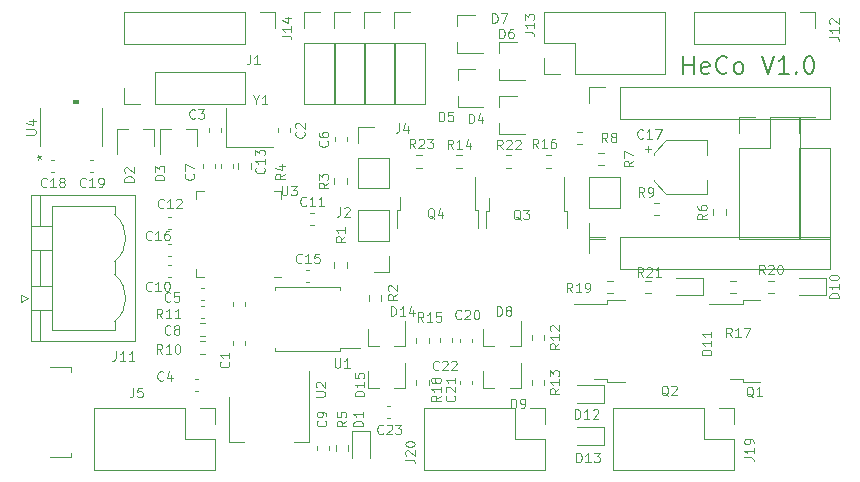
<source format=gbr>
%TF.GenerationSoftware,KiCad,Pcbnew,(5.1.10)-1*%
%TF.CreationDate,2021-11-13T18:31:53+01:00*%
%TF.ProjectId,HeCo,4865436f-2e6b-4696-9361-645f70636258,rev?*%
%TF.SameCoordinates,Original*%
%TF.FileFunction,Legend,Top*%
%TF.FilePolarity,Positive*%
%FSLAX46Y46*%
G04 Gerber Fmt 4.6, Leading zero omitted, Abs format (unit mm)*
G04 Created by KiCad (PCBNEW (5.1.10)-1) date 2021-11-13 18:31:53*
%MOMM*%
%LPD*%
G01*
G04 APERTURE LIST*
%ADD10C,0.150000*%
%ADD11C,0.120000*%
%ADD12C,0.100000*%
G04 APERTURE END LIST*
D10*
X156200000Y-105778571D02*
X156200000Y-104278571D01*
X156200000Y-104992857D02*
X157057142Y-104992857D01*
X157057142Y-105778571D02*
X157057142Y-104278571D01*
X158342857Y-105707142D02*
X158200000Y-105778571D01*
X157914285Y-105778571D01*
X157771428Y-105707142D01*
X157700000Y-105564285D01*
X157700000Y-104992857D01*
X157771428Y-104850000D01*
X157914285Y-104778571D01*
X158200000Y-104778571D01*
X158342857Y-104850000D01*
X158414285Y-104992857D01*
X158414285Y-105135714D01*
X157700000Y-105278571D01*
X159914285Y-105635714D02*
X159842857Y-105707142D01*
X159628571Y-105778571D01*
X159485714Y-105778571D01*
X159271428Y-105707142D01*
X159128571Y-105564285D01*
X159057142Y-105421428D01*
X158985714Y-105135714D01*
X158985714Y-104921428D01*
X159057142Y-104635714D01*
X159128571Y-104492857D01*
X159271428Y-104350000D01*
X159485714Y-104278571D01*
X159628571Y-104278571D01*
X159842857Y-104350000D01*
X159914285Y-104421428D01*
X160771428Y-105778571D02*
X160628571Y-105707142D01*
X160557142Y-105635714D01*
X160485714Y-105492857D01*
X160485714Y-105064285D01*
X160557142Y-104921428D01*
X160628571Y-104850000D01*
X160771428Y-104778571D01*
X160985714Y-104778571D01*
X161128571Y-104850000D01*
X161200000Y-104921428D01*
X161271428Y-105064285D01*
X161271428Y-105492857D01*
X161200000Y-105635714D01*
X161128571Y-105707142D01*
X160985714Y-105778571D01*
X160771428Y-105778571D01*
X162842857Y-104278571D02*
X163342857Y-105778571D01*
X163842857Y-104278571D01*
X165128571Y-105778571D02*
X164271428Y-105778571D01*
X164700000Y-105778571D02*
X164700000Y-104278571D01*
X164557142Y-104492857D01*
X164414285Y-104635714D01*
X164271428Y-104707142D01*
X165771428Y-105635714D02*
X165842857Y-105707142D01*
X165771428Y-105778571D01*
X165700000Y-105707142D01*
X165771428Y-105635714D01*
X165771428Y-105778571D01*
X166771428Y-104278571D02*
X166914285Y-104278571D01*
X167057142Y-104350000D01*
X167128571Y-104421428D01*
X167200000Y-104564285D01*
X167271428Y-104850000D01*
X167271428Y-105207142D01*
X167200000Y-105492857D01*
X167128571Y-105635714D01*
X167057142Y-105707142D01*
X166914285Y-105778571D01*
X166771428Y-105778571D01*
X166628571Y-105707142D01*
X166557142Y-105635714D01*
X166485714Y-105492857D01*
X166414285Y-105207142D01*
X166414285Y-104850000D01*
X166485714Y-104564285D01*
X166557142Y-104421428D01*
X166628571Y-104350000D01*
X166771428Y-104278571D01*
D11*
%TO.C,J3*%
X104377000Y-138222000D02*
X104377000Y-137842000D01*
X104377000Y-138222000D02*
X102607000Y-138222000D01*
X104377000Y-130602000D02*
X104377000Y-130982000D01*
X102607000Y-130602000D02*
X104377000Y-130602000D01*
%TO.C,J14*%
X108830000Y-100570000D02*
X108830000Y-103230000D01*
X119050000Y-100570000D02*
X108830000Y-100570000D01*
X119050000Y-103230000D02*
X108830000Y-103230000D01*
X119050000Y-100570000D02*
X119050000Y-103230000D01*
X120320000Y-100570000D02*
X121650000Y-100570000D01*
X121650000Y-100570000D02*
X121650000Y-101900000D01*
%TO.C,D2*%
X111380000Y-110440000D02*
X111380000Y-111900000D01*
X108220000Y-110440000D02*
X108220000Y-112600000D01*
X108220000Y-110440000D02*
X109150000Y-110440000D01*
X111380000Y-110440000D02*
X110450000Y-110440000D01*
%TO.C,J10*%
X150800000Y-109580000D02*
X150800000Y-106920000D01*
X150800000Y-109580000D02*
X168640000Y-109580000D01*
X168640000Y-109580000D02*
X168640000Y-106920000D01*
X150800000Y-106920000D02*
X168640000Y-106920000D01*
X148200000Y-106920000D02*
X149530000Y-106920000D01*
X148200000Y-108250000D02*
X148200000Y-106920000D01*
%TO.C,U3*%
X121505500Y-122939500D02*
X122155500Y-122939500D01*
X114935500Y-115719500D02*
X114935500Y-116369500D01*
X115585500Y-115719500D02*
X114935500Y-115719500D01*
X122155500Y-115719500D02*
X122155500Y-116369500D01*
X121505500Y-115719500D02*
X122155500Y-115719500D01*
X114935500Y-122939500D02*
X114935500Y-122289500D01*
X115585500Y-122939500D02*
X114935500Y-122939500D01*
%TO.C,J15*%
X124070000Y-108310000D02*
X126730000Y-108310000D01*
X124070000Y-103170000D02*
X124070000Y-108310000D01*
X126730000Y-103170000D02*
X126730000Y-108310000D01*
X124070000Y-103170000D02*
X126730000Y-103170000D01*
X124070000Y-101900000D02*
X124070000Y-100570000D01*
X124070000Y-100570000D02*
X125400000Y-100570000D01*
%TO.C,C15*%
X124243420Y-123365000D02*
X124524580Y-123365000D01*
X124243420Y-122345000D02*
X124524580Y-122345000D01*
%TO.C,R15*%
X134639500Y-128102742D02*
X134639500Y-128577258D01*
X133594500Y-128102742D02*
X133594500Y-128577258D01*
%TO.C,R18*%
X134639500Y-131658742D02*
X134639500Y-132133258D01*
X133594500Y-131658742D02*
X133594500Y-132133258D01*
%TO.C,D15*%
X129489000Y-132402000D02*
X130419000Y-132402000D01*
X132649000Y-132402000D02*
X131719000Y-132402000D01*
X132649000Y-132402000D02*
X132649000Y-130242000D01*
X129489000Y-132402000D02*
X129489000Y-130942000D01*
%TO.C,D14*%
X129489000Y-128846000D02*
X130419000Y-128846000D01*
X132649000Y-128846000D02*
X131719000Y-128846000D01*
X132649000Y-128846000D02*
X132649000Y-126686000D01*
X129489000Y-128846000D02*
X129489000Y-127386000D01*
%TO.C,J5*%
X116570000Y-134098000D02*
X116570000Y-135428000D01*
X115240000Y-134098000D02*
X116570000Y-134098000D01*
X116570000Y-136698000D02*
X116570000Y-139298000D01*
X113970000Y-136698000D02*
X116570000Y-136698000D01*
X113970000Y-134098000D02*
X113970000Y-136698000D01*
X116570000Y-139298000D02*
X106290000Y-139298000D01*
X113970000Y-134098000D02*
X106290000Y-134098000D01*
X106290000Y-134098000D02*
X106290000Y-139298000D01*
%TO.C,J13*%
X144390000Y-105770000D02*
X144390000Y-104440000D01*
X145720000Y-105770000D02*
X144390000Y-105770000D01*
X144390000Y-103170000D02*
X144390000Y-100570000D01*
X146990000Y-103170000D02*
X144390000Y-103170000D01*
X146990000Y-105770000D02*
X146990000Y-103170000D01*
X144390000Y-100570000D02*
X154670000Y-100570000D01*
X146990000Y-105770000D02*
X154670000Y-105770000D01*
X154670000Y-105770000D02*
X154670000Y-100570000D01*
%TO.C,C19*%
X105955420Y-114094000D02*
X106236580Y-114094000D01*
X105955420Y-113074000D02*
X106236580Y-113074000D01*
%TO.C,C1*%
X119110000Y-128710580D02*
X119110000Y-128429420D01*
X118090000Y-128710580D02*
X118090000Y-128429420D01*
%TO.C,J6*%
X149530000Y-119740000D02*
X148200000Y-119740000D01*
X148200000Y-119740000D02*
X148200000Y-118410000D01*
X148200000Y-117140000D02*
X148200000Y-114540000D01*
X150860000Y-114540000D02*
X148200000Y-114540000D01*
X150860000Y-117140000D02*
X150860000Y-114540000D01*
X150860000Y-117140000D02*
X148200000Y-117140000D01*
%TO.C,C6*%
X127688000Y-111438580D02*
X127688000Y-111157420D01*
X126668000Y-111438580D02*
X126668000Y-111157420D01*
%TO.C,D13*%
X149491000Y-135709000D02*
X147206000Y-135709000D01*
X149491000Y-137179000D02*
X149491000Y-135709000D01*
X147206000Y-137179000D02*
X149491000Y-137179000D01*
%TO.C,D12*%
X149491000Y-132153000D02*
X147206000Y-132153000D01*
X149491000Y-133623000D02*
X149491000Y-132153000D01*
X147206000Y-133623000D02*
X149491000Y-133623000D01*
%TO.C,D11*%
X157885000Y-123065000D02*
X155600000Y-123065000D01*
X157885000Y-124535000D02*
X157885000Y-123065000D01*
X155600000Y-124535000D02*
X157885000Y-124535000D01*
%TO.C,D10*%
X168285000Y-123065000D02*
X166000000Y-123065000D01*
X168285000Y-124535000D02*
X168285000Y-123065000D01*
X166000000Y-124535000D02*
X168285000Y-124535000D01*
%TO.C,R5*%
X127830500Y-137697258D02*
X127830500Y-137222742D01*
X126785500Y-137697258D02*
X126785500Y-137222742D01*
%TO.C,D1*%
X128173000Y-135975000D02*
X128173000Y-138260000D01*
X129643000Y-135975000D02*
X128173000Y-135975000D01*
X129643000Y-138260000D02*
X129643000Y-135975000D01*
%TO.C,J11*%
X100132000Y-125060000D02*
X100132000Y-124460000D01*
X100732000Y-124760000D02*
X100132000Y-125060000D01*
X100132000Y-124460000D02*
X100732000Y-124760000D01*
X108042000Y-116940000D02*
X108042000Y-117680000D01*
X102742000Y-116940000D02*
X108042000Y-116940000D01*
X102742000Y-127500000D02*
X102742000Y-116940000D01*
X108042000Y-127500000D02*
X102742000Y-127500000D01*
X108042000Y-126760000D02*
X108042000Y-127500000D01*
X108042000Y-122760000D02*
X108042000Y-121680000D01*
X102742000Y-118680000D02*
X102742000Y-120680000D01*
X100932000Y-118680000D02*
X102742000Y-118680000D01*
X100932000Y-120680000D02*
X100932000Y-118680000D01*
X102742000Y-120680000D02*
X100932000Y-120680000D01*
X102742000Y-123760000D02*
X102742000Y-125760000D01*
X100932000Y-123760000D02*
X102742000Y-123760000D01*
X100932000Y-125760000D02*
X100932000Y-123760000D01*
X102742000Y-125760000D02*
X100932000Y-125760000D01*
X101742000Y-123760000D02*
X101742000Y-120680000D01*
X101742000Y-116030000D02*
X101742000Y-118570000D01*
X101742000Y-128410000D02*
X101742000Y-125870000D01*
X100932000Y-116030000D02*
X100932000Y-128410000D01*
X109752000Y-116030000D02*
X100932000Y-116030000D01*
X109752000Y-128410000D02*
X109752000Y-116030000D01*
X100932000Y-128410000D02*
X109752000Y-128410000D01*
X108057821Y-117693159D02*
G75*
G02*
X108042000Y-121680000I-1665821J-1986841D01*
G01*
X108057821Y-122773159D02*
G75*
G02*
X108042000Y-126760000I-1665821J-1986841D01*
G01*
%TO.C,D3*%
X115030000Y-110440000D02*
X115030000Y-111900000D01*
X111870000Y-110440000D02*
X111870000Y-112600000D01*
X111870000Y-110440000D02*
X112800000Y-110440000D01*
X115030000Y-110440000D02*
X114100000Y-110440000D01*
%TO.C,D9*%
X139268000Y-132402000D02*
X140198000Y-132402000D01*
X142428000Y-132402000D02*
X141498000Y-132402000D01*
X142428000Y-132402000D02*
X142428000Y-130242000D01*
X139268000Y-132402000D02*
X139268000Y-130942000D01*
%TO.C,D8*%
X139268000Y-128846000D02*
X140198000Y-128846000D01*
X142428000Y-128846000D02*
X141498000Y-128846000D01*
X142428000Y-128846000D02*
X142428000Y-126686000D01*
X139268000Y-128846000D02*
X139268000Y-127386000D01*
%TO.C,D7*%
X137068000Y-100816000D02*
X137068000Y-101746000D01*
X137068000Y-103976000D02*
X137068000Y-103046000D01*
X137068000Y-103976000D02*
X139228000Y-103976000D01*
X137068000Y-100816000D02*
X138528000Y-100816000D01*
%TO.C,D6*%
X140626000Y-103114000D02*
X140626000Y-104044000D01*
X140626000Y-106274000D02*
X140626000Y-105344000D01*
X140626000Y-106274000D02*
X142786000Y-106274000D01*
X140626000Y-103114000D02*
X142086000Y-103114000D01*
%TO.C,D5*%
X137086000Y-105400000D02*
X137086000Y-106330000D01*
X137086000Y-108560000D02*
X137086000Y-107630000D01*
X137086000Y-108560000D02*
X139246000Y-108560000D01*
X137086000Y-105400000D02*
X138546000Y-105400000D01*
%TO.C,D4*%
X140626000Y-107686000D02*
X140626000Y-108616000D01*
X140626000Y-110846000D02*
X140626000Y-109916000D01*
X140626000Y-110846000D02*
X142786000Y-110846000D01*
X140626000Y-107686000D02*
X142086000Y-107686000D01*
%TO.C,R23*%
X134037258Y-113722500D02*
X133562742Y-113722500D01*
X134037258Y-112677500D02*
X133562742Y-112677500D01*
%TO.C,R22*%
X141637258Y-113722500D02*
X141162742Y-113722500D01*
X141637258Y-112677500D02*
X141162742Y-112677500D01*
%TO.C,R21*%
X152962742Y-123277500D02*
X153437258Y-123277500D01*
X152962742Y-124322500D02*
X153437258Y-124322500D01*
%TO.C,R20*%
X163362742Y-123277500D02*
X163837258Y-123277500D01*
X163362742Y-124322500D02*
X163837258Y-124322500D01*
%TO.C,R19*%
X150237258Y-124322500D02*
X149762742Y-124322500D01*
X150237258Y-123277500D02*
X149762742Y-123277500D01*
%TO.C,R17*%
X160637258Y-124322500D02*
X160162742Y-124322500D01*
X160637258Y-123277500D02*
X160162742Y-123277500D01*
%TO.C,R16*%
X144537742Y-112677500D02*
X145012258Y-112677500D01*
X144537742Y-113722500D02*
X145012258Y-113722500D01*
%TO.C,R14*%
X136962742Y-112677500D02*
X137437258Y-112677500D01*
X136962742Y-113722500D02*
X137437258Y-113722500D01*
%TO.C,R13*%
X144418500Y-131658742D02*
X144418500Y-132133258D01*
X143373500Y-131658742D02*
X143373500Y-132133258D01*
%TO.C,R12*%
X144418500Y-127848742D02*
X144418500Y-128323258D01*
X143373500Y-127848742D02*
X143373500Y-128323258D01*
%TO.C,R11*%
X115256742Y-126904500D02*
X115731258Y-126904500D01*
X115256742Y-127949500D02*
X115731258Y-127949500D01*
%TO.C,R10*%
X115256742Y-128428500D02*
X115731258Y-128428500D01*
X115256742Y-129473500D02*
X115731258Y-129473500D01*
%TO.C,R9*%
X153676742Y-116705500D02*
X154151258Y-116705500D01*
X153676742Y-117750500D02*
X154151258Y-117750500D01*
%TO.C,R8*%
X147637258Y-111722500D02*
X147162742Y-111722500D01*
X147637258Y-110677500D02*
X147162742Y-110677500D01*
%TO.C,R7*%
X149437258Y-113522500D02*
X148962742Y-113522500D01*
X149437258Y-112477500D02*
X148962742Y-112477500D01*
%TO.C,R6*%
X158725500Y-117719258D02*
X158725500Y-117244742D01*
X159770500Y-117719258D02*
X159770500Y-117244742D01*
%TO.C,R3*%
X126655500Y-115091258D02*
X126655500Y-114616742D01*
X127700500Y-115091258D02*
X127700500Y-114616742D01*
%TO.C,R4*%
X118527500Y-113821258D02*
X118527500Y-113346742D01*
X119572500Y-113821258D02*
X119572500Y-113346742D01*
%TO.C,R2*%
X130621500Y-124522742D02*
X130621500Y-124997258D01*
X129576500Y-124522742D02*
X129576500Y-124997258D01*
%TO.C,R1*%
X126655500Y-122203258D02*
X126655500Y-121728742D01*
X127700500Y-122203258D02*
X127700500Y-121728742D01*
%TO.C,C23*%
X131382580Y-134922000D02*
X131101420Y-134922000D01*
X131382580Y-133902000D02*
X131101420Y-133902000D01*
%TO.C,C22*%
X135558000Y-128456580D02*
X135558000Y-128175420D01*
X136578000Y-128456580D02*
X136578000Y-128175420D01*
%TO.C,C21*%
X137290000Y-132036580D02*
X137290000Y-131755420D01*
X138310000Y-132036580D02*
X138310000Y-131755420D01*
%TO.C,C20*%
X137290000Y-128480580D02*
X137290000Y-128199420D01*
X138310000Y-128480580D02*
X138310000Y-128199420D01*
%TO.C,C18*%
X102934580Y-114094000D02*
X102653420Y-114094000D01*
X102934580Y-113074000D02*
X102653420Y-113074000D01*
%TO.C,C16*%
X112827580Y-121206000D02*
X112546420Y-121206000D01*
X112827580Y-120186000D02*
X112546420Y-120186000D01*
%TO.C,C14*%
X119110000Y-125127420D02*
X119110000Y-125408580D01*
X118090000Y-125127420D02*
X118090000Y-125408580D01*
%TO.C,C13*%
X117016000Y-113724580D02*
X117016000Y-113443420D01*
X118036000Y-113724580D02*
X118036000Y-113443420D01*
%TO.C,C12*%
X112840580Y-118920000D02*
X112559420Y-118920000D01*
X112840580Y-117900000D02*
X112559420Y-117900000D01*
%TO.C,C11*%
X124624420Y-117519000D02*
X124905580Y-117519000D01*
X124624420Y-118539000D02*
X124905580Y-118539000D01*
%TO.C,C10*%
X112840580Y-122984000D02*
X112559420Y-122984000D01*
X112840580Y-121964000D02*
X112559420Y-121964000D01*
%TO.C,C9*%
X126164000Y-137319420D02*
X126164000Y-137600580D01*
X125144000Y-137319420D02*
X125144000Y-137600580D01*
%TO.C,C8*%
X115634580Y-126413000D02*
X115353420Y-126413000D01*
X115634580Y-125393000D02*
X115353420Y-125393000D01*
%TO.C,C7*%
X115492000Y-113724580D02*
X115492000Y-113443420D01*
X116512000Y-113724580D02*
X116512000Y-113443420D01*
%TO.C,C5*%
X115634580Y-124889000D02*
X115353420Y-124889000D01*
X115634580Y-123869000D02*
X115353420Y-123869000D01*
%TO.C,C4*%
X115126580Y-132636000D02*
X114845420Y-132636000D01*
X115126580Y-131616000D02*
X114845420Y-131616000D01*
%TO.C,U4*%
X106945000Y-111909000D02*
X106945000Y-108655000D01*
X101691000Y-108655000D02*
X101691000Y-111909000D01*
D12*
G36*
X104527499Y-107996599D02*
G01*
X104908499Y-107996599D01*
X104908499Y-108250599D01*
X104527499Y-108250599D01*
X104527499Y-107996599D01*
G37*
X104527499Y-107996599D02*
X104908499Y-107996599D01*
X104908499Y-108250599D01*
X104527499Y-108250599D01*
X104527499Y-107996599D01*
D11*
%TO.C,J12*%
X157090000Y-100570000D02*
X157090000Y-103230000D01*
X164770000Y-100570000D02*
X157090000Y-100570000D01*
X164770000Y-103230000D02*
X157090000Y-103230000D01*
X164770000Y-100570000D02*
X164770000Y-103230000D01*
X166040000Y-100570000D02*
X167370000Y-100570000D01*
X167370000Y-100570000D02*
X167370000Y-101900000D01*
%TO.C,J9*%
X150800000Y-122280000D02*
X150800000Y-119620000D01*
X150800000Y-122280000D02*
X168640000Y-122280000D01*
X168640000Y-122280000D02*
X168640000Y-119620000D01*
X150800000Y-119620000D02*
X168640000Y-119620000D01*
X148200000Y-119620000D02*
X149530000Y-119620000D01*
X148200000Y-120950000D02*
X148200000Y-119620000D01*
%TO.C,J8*%
X165980000Y-119740000D02*
X168640000Y-119740000D01*
X165980000Y-112060000D02*
X165980000Y-119740000D01*
X168640000Y-112060000D02*
X168640000Y-119740000D01*
X165980000Y-112060000D02*
X168640000Y-112060000D01*
X165980000Y-110790000D02*
X165980000Y-109460000D01*
X165980000Y-109460000D02*
X167310000Y-109460000D01*
%TO.C,J7*%
X160900000Y-119740000D02*
X166100000Y-119740000D01*
X160900000Y-112060000D02*
X160900000Y-119740000D01*
X166100000Y-109460000D02*
X166100000Y-119740000D01*
X160900000Y-112060000D02*
X163500000Y-112060000D01*
X163500000Y-112060000D02*
X163500000Y-109460000D01*
X163500000Y-109460000D02*
X166100000Y-109460000D01*
X160900000Y-110790000D02*
X160900000Y-109460000D01*
X160900000Y-109460000D02*
X162230000Y-109460000D01*
%TO.C,J4*%
X128642000Y-115470000D02*
X131302000Y-115470000D01*
X128642000Y-112870000D02*
X128642000Y-115470000D01*
X131302000Y-112870000D02*
X131302000Y-115470000D01*
X128642000Y-112870000D02*
X131302000Y-112870000D01*
X128642000Y-111600000D02*
X128642000Y-110270000D01*
X128642000Y-110270000D02*
X129972000Y-110270000D01*
%TO.C,C17*%
X158206000Y-115932000D02*
X158206000Y-114732000D01*
X158206000Y-111412000D02*
X158206000Y-112612000D01*
X154750437Y-111412000D02*
X158206000Y-111412000D01*
X154750437Y-115932000D02*
X158206000Y-115932000D01*
X153686000Y-114867563D02*
X153686000Y-114732000D01*
X153686000Y-112476437D02*
X153686000Y-112612000D01*
X153686000Y-112476437D02*
X154750437Y-111412000D01*
X153686000Y-114867563D02*
X154750437Y-115932000D01*
X152946000Y-112112000D02*
X153446000Y-112112000D01*
X153196000Y-111862000D02*
X153196000Y-112362000D01*
%TO.C,U1*%
X124384000Y-123813000D02*
X121659000Y-123813000D01*
X121659000Y-123813000D02*
X121659000Y-124073000D01*
X124384000Y-123813000D02*
X127109000Y-123813000D01*
X127109000Y-123813000D02*
X127109000Y-124073000D01*
X124384000Y-129263000D02*
X121659000Y-129263000D01*
X121659000Y-129263000D02*
X121659000Y-129003000D01*
X124384000Y-129263000D02*
X127109000Y-129263000D01*
X127109000Y-129263000D02*
X127109000Y-129003000D01*
X127109000Y-129003000D02*
X128784000Y-129003000D01*
%TO.C,J20*%
X134230000Y-134098000D02*
X134230000Y-139298000D01*
X141910000Y-134098000D02*
X134230000Y-134098000D01*
X144510000Y-139298000D02*
X134230000Y-139298000D01*
X141910000Y-134098000D02*
X141910000Y-136698000D01*
X141910000Y-136698000D02*
X144510000Y-136698000D01*
X144510000Y-136698000D02*
X144510000Y-139298000D01*
X143180000Y-134098000D02*
X144510000Y-134098000D01*
X144510000Y-134098000D02*
X144510000Y-135428000D01*
%TO.C,J19*%
X150232000Y-134098000D02*
X150232000Y-139298000D01*
X157912000Y-134098000D02*
X150232000Y-134098000D01*
X160512000Y-139298000D02*
X150232000Y-139298000D01*
X157912000Y-134098000D02*
X157912000Y-136698000D01*
X157912000Y-136698000D02*
X160512000Y-136698000D01*
X160512000Y-136698000D02*
X160512000Y-139298000D01*
X159182000Y-134098000D02*
X160512000Y-134098000D01*
X160512000Y-134098000D02*
X160512000Y-135428000D01*
%TO.C,J18*%
X131690000Y-108310000D02*
X134350000Y-108310000D01*
X131690000Y-103170000D02*
X131690000Y-108310000D01*
X134350000Y-103170000D02*
X134350000Y-108310000D01*
X131690000Y-103170000D02*
X134350000Y-103170000D01*
X131690000Y-101900000D02*
X131690000Y-100570000D01*
X131690000Y-100570000D02*
X133020000Y-100570000D01*
%TO.C,J17*%
X129150000Y-108310000D02*
X131810000Y-108310000D01*
X129150000Y-103170000D02*
X129150000Y-108310000D01*
X131810000Y-103170000D02*
X131810000Y-108310000D01*
X129150000Y-103170000D02*
X131810000Y-103170000D01*
X129150000Y-101900000D02*
X129150000Y-100570000D01*
X129150000Y-100570000D02*
X130480000Y-100570000D01*
%TO.C,J16*%
X126610000Y-108310000D02*
X129270000Y-108310000D01*
X126610000Y-103170000D02*
X126610000Y-108310000D01*
X129270000Y-103170000D02*
X129270000Y-108310000D01*
X126610000Y-103170000D02*
X129270000Y-103170000D01*
X126610000Y-101900000D02*
X126610000Y-100570000D01*
X126610000Y-100570000D02*
X127940000Y-100570000D01*
%TO.C,J1*%
X119110000Y-108310000D02*
X119110000Y-105650000D01*
X111430000Y-108310000D02*
X119110000Y-108310000D01*
X111430000Y-105650000D02*
X119110000Y-105650000D01*
X111430000Y-108310000D02*
X111430000Y-105650000D01*
X110160000Y-108310000D02*
X108830000Y-108310000D01*
X108830000Y-108310000D02*
X108830000Y-106980000D01*
%TO.C,J2*%
X131302000Y-117330000D02*
X128642000Y-117330000D01*
X131302000Y-119930000D02*
X131302000Y-117330000D01*
X128642000Y-119930000D02*
X128642000Y-117330000D01*
X131302000Y-119930000D02*
X128642000Y-119930000D01*
X131302000Y-121200000D02*
X131302000Y-122530000D01*
X131302000Y-122530000D02*
X129972000Y-122530000D01*
%TO.C,Y1*%
X117434500Y-111932000D02*
X121434500Y-111932000D01*
X117434500Y-108632000D02*
X117434500Y-111932000D01*
%TO.C,U2*%
X124518000Y-130900000D02*
X124518000Y-136910000D01*
X117698000Y-133150000D02*
X117698000Y-136910000D01*
X124518000Y-136910000D02*
X123258000Y-136910000D01*
X117698000Y-136910000D02*
X118958000Y-136910000D01*
%TO.C,C3*%
X117020000Y-110676580D02*
X117020000Y-110395420D01*
X116000000Y-110676580D02*
X116000000Y-110395420D01*
%TO.C,C2*%
X121845500Y-110395420D02*
X121845500Y-110676580D01*
X122865500Y-110395420D02*
X122865500Y-110676580D01*
%TO.C,Q4*%
X138850000Y-118830000D02*
X138850000Y-117330000D01*
X138850000Y-117330000D02*
X138580000Y-117330000D01*
X138580000Y-117330000D02*
X138580000Y-114500000D01*
X131950000Y-118830000D02*
X131950000Y-117330000D01*
X131950000Y-117330000D02*
X132220000Y-117330000D01*
X132220000Y-117330000D02*
X132220000Y-116230000D01*
%TO.C,Q3*%
X146375000Y-118855000D02*
X146375000Y-117355000D01*
X146375000Y-117355000D02*
X146105000Y-117355000D01*
X146105000Y-117355000D02*
X146105000Y-114525000D01*
X139475000Y-118855000D02*
X139475000Y-117355000D01*
X139475000Y-117355000D02*
X139745000Y-117355000D01*
X139745000Y-117355000D02*
X139745000Y-116255000D01*
%TO.C,Q2*%
X151230000Y-124950000D02*
X149730000Y-124950000D01*
X149730000Y-124950000D02*
X149730000Y-125220000D01*
X149730000Y-125220000D02*
X146900000Y-125220000D01*
X151230000Y-131850000D02*
X149730000Y-131850000D01*
X149730000Y-131850000D02*
X149730000Y-131580000D01*
X149730000Y-131580000D02*
X148630000Y-131580000D01*
%TO.C,Q1*%
X162717000Y-124951000D02*
X161217000Y-124951000D01*
X161217000Y-124951000D02*
X161217000Y-125221000D01*
X161217000Y-125221000D02*
X158387000Y-125221000D01*
X162717000Y-131851000D02*
X161217000Y-131851000D01*
X161217000Y-131851000D02*
X161217000Y-131581000D01*
X161217000Y-131581000D02*
X160117000Y-131581000D01*
%TO.C,J14*%
X122211904Y-102547619D02*
X122783333Y-102547619D01*
X122897619Y-102585714D01*
X122973809Y-102661904D01*
X123011904Y-102776190D01*
X123011904Y-102852380D01*
X123011904Y-101747619D02*
X123011904Y-102204761D01*
X123011904Y-101976190D02*
X122211904Y-101976190D01*
X122326190Y-102052380D01*
X122402380Y-102128571D01*
X122440476Y-102204761D01*
X122478571Y-101061904D02*
X123011904Y-101061904D01*
X122173809Y-101252380D02*
X122745238Y-101442857D01*
X122745238Y-100947619D01*
%TO.C,D2*%
X109661904Y-114890476D02*
X108861904Y-114890476D01*
X108861904Y-114700000D01*
X108900000Y-114585714D01*
X108976190Y-114509523D01*
X109052380Y-114471428D01*
X109204761Y-114433333D01*
X109319047Y-114433333D01*
X109471428Y-114471428D01*
X109547619Y-114509523D01*
X109623809Y-114585714D01*
X109661904Y-114700000D01*
X109661904Y-114890476D01*
X108938095Y-114128571D02*
X108900000Y-114090476D01*
X108861904Y-114014285D01*
X108861904Y-113823809D01*
X108900000Y-113747619D01*
X108938095Y-113709523D01*
X109014285Y-113671428D01*
X109090476Y-113671428D01*
X109204761Y-113709523D01*
X109661904Y-114166666D01*
X109661904Y-113671428D01*
%TO.C,U3*%
X122190476Y-115261904D02*
X122190476Y-115909523D01*
X122228571Y-115985714D01*
X122266666Y-116023809D01*
X122342857Y-116061904D01*
X122495238Y-116061904D01*
X122571428Y-116023809D01*
X122609523Y-115985714D01*
X122647619Y-115909523D01*
X122647619Y-115261904D01*
X122952380Y-115261904D02*
X123447619Y-115261904D01*
X123180952Y-115566666D01*
X123295238Y-115566666D01*
X123371428Y-115604761D01*
X123409523Y-115642857D01*
X123447619Y-115719047D01*
X123447619Y-115909523D01*
X123409523Y-115985714D01*
X123371428Y-116023809D01*
X123295238Y-116061904D01*
X123066666Y-116061904D01*
X122990476Y-116023809D01*
X122952380Y-115985714D01*
%TO.C,C15*%
X123869714Y-121710714D02*
X123831619Y-121748809D01*
X123717333Y-121786904D01*
X123641142Y-121786904D01*
X123526857Y-121748809D01*
X123450666Y-121672619D01*
X123412571Y-121596428D01*
X123374476Y-121444047D01*
X123374476Y-121329761D01*
X123412571Y-121177380D01*
X123450666Y-121101190D01*
X123526857Y-121025000D01*
X123641142Y-120986904D01*
X123717333Y-120986904D01*
X123831619Y-121025000D01*
X123869714Y-121063095D01*
X124631619Y-121786904D02*
X124174476Y-121786904D01*
X124403047Y-121786904D02*
X124403047Y-120986904D01*
X124326857Y-121101190D01*
X124250666Y-121177380D01*
X124174476Y-121215476D01*
X125355428Y-120986904D02*
X124974476Y-120986904D01*
X124936380Y-121367857D01*
X124974476Y-121329761D01*
X125050666Y-121291666D01*
X125241142Y-121291666D01*
X125317333Y-121329761D01*
X125355428Y-121367857D01*
X125393523Y-121444047D01*
X125393523Y-121634523D01*
X125355428Y-121710714D01*
X125317333Y-121748809D01*
X125241142Y-121786904D01*
X125050666Y-121786904D01*
X124974476Y-121748809D01*
X124936380Y-121710714D01*
%TO.C,R15*%
X134185714Y-126761904D02*
X133919047Y-126380952D01*
X133728571Y-126761904D02*
X133728571Y-125961904D01*
X134033333Y-125961904D01*
X134109523Y-126000000D01*
X134147619Y-126038095D01*
X134185714Y-126114285D01*
X134185714Y-126228571D01*
X134147619Y-126304761D01*
X134109523Y-126342857D01*
X134033333Y-126380952D01*
X133728571Y-126380952D01*
X134947619Y-126761904D02*
X134490476Y-126761904D01*
X134719047Y-126761904D02*
X134719047Y-125961904D01*
X134642857Y-126076190D01*
X134566666Y-126152380D01*
X134490476Y-126190476D01*
X135671428Y-125961904D02*
X135290476Y-125961904D01*
X135252380Y-126342857D01*
X135290476Y-126304761D01*
X135366666Y-126266666D01*
X135557142Y-126266666D01*
X135633333Y-126304761D01*
X135671428Y-126342857D01*
X135709523Y-126419047D01*
X135709523Y-126609523D01*
X135671428Y-126685714D01*
X135633333Y-126723809D01*
X135557142Y-126761904D01*
X135366666Y-126761904D01*
X135290476Y-126723809D01*
X135252380Y-126685714D01*
%TO.C,R18*%
X135661904Y-133014285D02*
X135280952Y-133280952D01*
X135661904Y-133471428D02*
X134861904Y-133471428D01*
X134861904Y-133166666D01*
X134900000Y-133090476D01*
X134938095Y-133052380D01*
X135014285Y-133014285D01*
X135128571Y-133014285D01*
X135204761Y-133052380D01*
X135242857Y-133090476D01*
X135280952Y-133166666D01*
X135280952Y-133471428D01*
X135661904Y-132252380D02*
X135661904Y-132709523D01*
X135661904Y-132480952D02*
X134861904Y-132480952D01*
X134976190Y-132557142D01*
X135052380Y-132633333D01*
X135090476Y-132709523D01*
X135204761Y-131795238D02*
X135166666Y-131871428D01*
X135128571Y-131909523D01*
X135052380Y-131947619D01*
X135014285Y-131947619D01*
X134938095Y-131909523D01*
X134900000Y-131871428D01*
X134861904Y-131795238D01*
X134861904Y-131642857D01*
X134900000Y-131566666D01*
X134938095Y-131528571D01*
X135014285Y-131490476D01*
X135052380Y-131490476D01*
X135128571Y-131528571D01*
X135166666Y-131566666D01*
X135204761Y-131642857D01*
X135204761Y-131795238D01*
X135242857Y-131871428D01*
X135280952Y-131909523D01*
X135357142Y-131947619D01*
X135509523Y-131947619D01*
X135585714Y-131909523D01*
X135623809Y-131871428D01*
X135661904Y-131795238D01*
X135661904Y-131642857D01*
X135623809Y-131566666D01*
X135585714Y-131528571D01*
X135509523Y-131490476D01*
X135357142Y-131490476D01*
X135280952Y-131528571D01*
X135242857Y-131566666D01*
X135204761Y-131642857D01*
%TO.C,D15*%
X129161904Y-133071428D02*
X128361904Y-133071428D01*
X128361904Y-132880952D01*
X128400000Y-132766666D01*
X128476190Y-132690476D01*
X128552380Y-132652380D01*
X128704761Y-132614285D01*
X128819047Y-132614285D01*
X128971428Y-132652380D01*
X129047619Y-132690476D01*
X129123809Y-132766666D01*
X129161904Y-132880952D01*
X129161904Y-133071428D01*
X129161904Y-131852380D02*
X129161904Y-132309523D01*
X129161904Y-132080952D02*
X128361904Y-132080952D01*
X128476190Y-132157142D01*
X128552380Y-132233333D01*
X128590476Y-132309523D01*
X128361904Y-131128571D02*
X128361904Y-131509523D01*
X128742857Y-131547619D01*
X128704761Y-131509523D01*
X128666666Y-131433333D01*
X128666666Y-131242857D01*
X128704761Y-131166666D01*
X128742857Y-131128571D01*
X128819047Y-131090476D01*
X129009523Y-131090476D01*
X129085714Y-131128571D01*
X129123809Y-131166666D01*
X129161904Y-131242857D01*
X129161904Y-131433333D01*
X129123809Y-131509523D01*
X129085714Y-131547619D01*
%TO.C,D14*%
X131428571Y-126261904D02*
X131428571Y-125461904D01*
X131619047Y-125461904D01*
X131733333Y-125500000D01*
X131809523Y-125576190D01*
X131847619Y-125652380D01*
X131885714Y-125804761D01*
X131885714Y-125919047D01*
X131847619Y-126071428D01*
X131809523Y-126147619D01*
X131733333Y-126223809D01*
X131619047Y-126261904D01*
X131428571Y-126261904D01*
X132647619Y-126261904D02*
X132190476Y-126261904D01*
X132419047Y-126261904D02*
X132419047Y-125461904D01*
X132342857Y-125576190D01*
X132266666Y-125652380D01*
X132190476Y-125690476D01*
X133333333Y-125728571D02*
X133333333Y-126261904D01*
X133142857Y-125423809D02*
X132952380Y-125995238D01*
X133447619Y-125995238D01*
%TO.C,J5*%
X109633333Y-132361904D02*
X109633333Y-132933333D01*
X109595238Y-133047619D01*
X109519047Y-133123809D01*
X109404761Y-133161904D01*
X109328571Y-133161904D01*
X110395238Y-132361904D02*
X110014285Y-132361904D01*
X109976190Y-132742857D01*
X110014285Y-132704761D01*
X110090476Y-132666666D01*
X110280952Y-132666666D01*
X110357142Y-132704761D01*
X110395238Y-132742857D01*
X110433333Y-132819047D01*
X110433333Y-133009523D01*
X110395238Y-133085714D01*
X110357142Y-133123809D01*
X110280952Y-133161904D01*
X110090476Y-133161904D01*
X110014285Y-133123809D01*
X109976190Y-133085714D01*
%TO.C,J13*%
X142761904Y-102247619D02*
X143333333Y-102247619D01*
X143447619Y-102285714D01*
X143523809Y-102361904D01*
X143561904Y-102476190D01*
X143561904Y-102552380D01*
X143561904Y-101447619D02*
X143561904Y-101904761D01*
X143561904Y-101676190D02*
X142761904Y-101676190D01*
X142876190Y-101752380D01*
X142952380Y-101828571D01*
X142990476Y-101904761D01*
X142761904Y-101180952D02*
X142761904Y-100685714D01*
X143066666Y-100952380D01*
X143066666Y-100838095D01*
X143104761Y-100761904D01*
X143142857Y-100723809D01*
X143219047Y-100685714D01*
X143409523Y-100685714D01*
X143485714Y-100723809D01*
X143523809Y-100761904D01*
X143561904Y-100838095D01*
X143561904Y-101066666D01*
X143523809Y-101142857D01*
X143485714Y-101180952D01*
%TO.C,C19*%
X105585714Y-115285714D02*
X105547619Y-115323809D01*
X105433333Y-115361904D01*
X105357142Y-115361904D01*
X105242857Y-115323809D01*
X105166666Y-115247619D01*
X105128571Y-115171428D01*
X105090476Y-115019047D01*
X105090476Y-114904761D01*
X105128571Y-114752380D01*
X105166666Y-114676190D01*
X105242857Y-114600000D01*
X105357142Y-114561904D01*
X105433333Y-114561904D01*
X105547619Y-114600000D01*
X105585714Y-114638095D01*
X106347619Y-115361904D02*
X105890476Y-115361904D01*
X106119047Y-115361904D02*
X106119047Y-114561904D01*
X106042857Y-114676190D01*
X105966666Y-114752380D01*
X105890476Y-114790476D01*
X106728571Y-115361904D02*
X106880952Y-115361904D01*
X106957142Y-115323809D01*
X106995238Y-115285714D01*
X107071428Y-115171428D01*
X107109523Y-115019047D01*
X107109523Y-114714285D01*
X107071428Y-114638095D01*
X107033333Y-114600000D01*
X106957142Y-114561904D01*
X106804761Y-114561904D01*
X106728571Y-114600000D01*
X106690476Y-114638095D01*
X106652380Y-114714285D01*
X106652380Y-114904761D01*
X106690476Y-114980952D01*
X106728571Y-115019047D01*
X106804761Y-115057142D01*
X106957142Y-115057142D01*
X107033333Y-115019047D01*
X107071428Y-114980952D01*
X107109523Y-114904761D01*
%TO.C,C1*%
X117685714Y-130133333D02*
X117723809Y-130171428D01*
X117761904Y-130285714D01*
X117761904Y-130361904D01*
X117723809Y-130476190D01*
X117647619Y-130552380D01*
X117571428Y-130590476D01*
X117419047Y-130628571D01*
X117304761Y-130628571D01*
X117152380Y-130590476D01*
X117076190Y-130552380D01*
X117000000Y-130476190D01*
X116961904Y-130361904D01*
X116961904Y-130285714D01*
X117000000Y-130171428D01*
X117038095Y-130133333D01*
X117761904Y-129371428D02*
X117761904Y-129828571D01*
X117761904Y-129600000D02*
X116961904Y-129600000D01*
X117076190Y-129676190D01*
X117152380Y-129752380D01*
X117190476Y-129828571D01*
%TO.C,C6*%
X126033714Y-111431333D02*
X126071809Y-111469428D01*
X126109904Y-111583714D01*
X126109904Y-111659904D01*
X126071809Y-111774190D01*
X125995619Y-111850380D01*
X125919428Y-111888476D01*
X125767047Y-111926571D01*
X125652761Y-111926571D01*
X125500380Y-111888476D01*
X125424190Y-111850380D01*
X125348000Y-111774190D01*
X125309904Y-111659904D01*
X125309904Y-111583714D01*
X125348000Y-111469428D01*
X125386095Y-111431333D01*
X125309904Y-110745619D02*
X125309904Y-110898000D01*
X125348000Y-110974190D01*
X125386095Y-111012285D01*
X125500380Y-111088476D01*
X125652761Y-111126571D01*
X125957523Y-111126571D01*
X126033714Y-111088476D01*
X126071809Y-111050380D01*
X126109904Y-110974190D01*
X126109904Y-110821809D01*
X126071809Y-110745619D01*
X126033714Y-110707523D01*
X125957523Y-110669428D01*
X125767047Y-110669428D01*
X125690857Y-110707523D01*
X125652761Y-110745619D01*
X125614666Y-110821809D01*
X125614666Y-110974190D01*
X125652761Y-111050380D01*
X125690857Y-111088476D01*
X125767047Y-111126571D01*
%TO.C,D13*%
X147128571Y-138661904D02*
X147128571Y-137861904D01*
X147319047Y-137861904D01*
X147433333Y-137900000D01*
X147509523Y-137976190D01*
X147547619Y-138052380D01*
X147585714Y-138204761D01*
X147585714Y-138319047D01*
X147547619Y-138471428D01*
X147509523Y-138547619D01*
X147433333Y-138623809D01*
X147319047Y-138661904D01*
X147128571Y-138661904D01*
X148347619Y-138661904D02*
X147890476Y-138661904D01*
X148119047Y-138661904D02*
X148119047Y-137861904D01*
X148042857Y-137976190D01*
X147966666Y-138052380D01*
X147890476Y-138090476D01*
X148614285Y-137861904D02*
X149109523Y-137861904D01*
X148842857Y-138166666D01*
X148957142Y-138166666D01*
X149033333Y-138204761D01*
X149071428Y-138242857D01*
X149109523Y-138319047D01*
X149109523Y-138509523D01*
X149071428Y-138585714D01*
X149033333Y-138623809D01*
X148957142Y-138661904D01*
X148728571Y-138661904D01*
X148652380Y-138623809D01*
X148614285Y-138585714D01*
%TO.C,D12*%
X147028571Y-134961904D02*
X147028571Y-134161904D01*
X147219047Y-134161904D01*
X147333333Y-134200000D01*
X147409523Y-134276190D01*
X147447619Y-134352380D01*
X147485714Y-134504761D01*
X147485714Y-134619047D01*
X147447619Y-134771428D01*
X147409523Y-134847619D01*
X147333333Y-134923809D01*
X147219047Y-134961904D01*
X147028571Y-134961904D01*
X148247619Y-134961904D02*
X147790476Y-134961904D01*
X148019047Y-134961904D02*
X148019047Y-134161904D01*
X147942857Y-134276190D01*
X147866666Y-134352380D01*
X147790476Y-134390476D01*
X148552380Y-134238095D02*
X148590476Y-134200000D01*
X148666666Y-134161904D01*
X148857142Y-134161904D01*
X148933333Y-134200000D01*
X148971428Y-134238095D01*
X149009523Y-134314285D01*
X149009523Y-134390476D01*
X148971428Y-134504761D01*
X148514285Y-134961904D01*
X149009523Y-134961904D01*
%TO.C,D11*%
X158561904Y-129571428D02*
X157761904Y-129571428D01*
X157761904Y-129380952D01*
X157800000Y-129266666D01*
X157876190Y-129190476D01*
X157952380Y-129152380D01*
X158104761Y-129114285D01*
X158219047Y-129114285D01*
X158371428Y-129152380D01*
X158447619Y-129190476D01*
X158523809Y-129266666D01*
X158561904Y-129380952D01*
X158561904Y-129571428D01*
X158561904Y-128352380D02*
X158561904Y-128809523D01*
X158561904Y-128580952D02*
X157761904Y-128580952D01*
X157876190Y-128657142D01*
X157952380Y-128733333D01*
X157990476Y-128809523D01*
X158561904Y-127590476D02*
X158561904Y-128047619D01*
X158561904Y-127819047D02*
X157761904Y-127819047D01*
X157876190Y-127895238D01*
X157952380Y-127971428D01*
X157990476Y-128047619D01*
%TO.C,D10*%
X169361904Y-124771428D02*
X168561904Y-124771428D01*
X168561904Y-124580952D01*
X168600000Y-124466666D01*
X168676190Y-124390476D01*
X168752380Y-124352380D01*
X168904761Y-124314285D01*
X169019047Y-124314285D01*
X169171428Y-124352380D01*
X169247619Y-124390476D01*
X169323809Y-124466666D01*
X169361904Y-124580952D01*
X169361904Y-124771428D01*
X169361904Y-123552380D02*
X169361904Y-124009523D01*
X169361904Y-123780952D02*
X168561904Y-123780952D01*
X168676190Y-123857142D01*
X168752380Y-123933333D01*
X168790476Y-124009523D01*
X168561904Y-123057142D02*
X168561904Y-122980952D01*
X168600000Y-122904761D01*
X168638095Y-122866666D01*
X168714285Y-122828571D01*
X168866666Y-122790476D01*
X169057142Y-122790476D01*
X169209523Y-122828571D01*
X169285714Y-122866666D01*
X169323809Y-122904761D01*
X169361904Y-122980952D01*
X169361904Y-123057142D01*
X169323809Y-123133333D01*
X169285714Y-123171428D01*
X169209523Y-123209523D01*
X169057142Y-123247619D01*
X168866666Y-123247619D01*
X168714285Y-123209523D01*
X168638095Y-123171428D01*
X168600000Y-123133333D01*
X168561904Y-123057142D01*
%TO.C,R5*%
X127661904Y-135133333D02*
X127280952Y-135400000D01*
X127661904Y-135590476D02*
X126861904Y-135590476D01*
X126861904Y-135285714D01*
X126900000Y-135209523D01*
X126938095Y-135171428D01*
X127014285Y-135133333D01*
X127128571Y-135133333D01*
X127204761Y-135171428D01*
X127242857Y-135209523D01*
X127280952Y-135285714D01*
X127280952Y-135590476D01*
X126861904Y-134409523D02*
X126861904Y-134790476D01*
X127242857Y-134828571D01*
X127204761Y-134790476D01*
X127166666Y-134714285D01*
X127166666Y-134523809D01*
X127204761Y-134447619D01*
X127242857Y-134409523D01*
X127319047Y-134371428D01*
X127509523Y-134371428D01*
X127585714Y-134409523D01*
X127623809Y-134447619D01*
X127661904Y-134523809D01*
X127661904Y-134714285D01*
X127623809Y-134790476D01*
X127585714Y-134828571D01*
%TO.C,D1*%
X129061904Y-135590476D02*
X128261904Y-135590476D01*
X128261904Y-135400000D01*
X128300000Y-135285714D01*
X128376190Y-135209523D01*
X128452380Y-135171428D01*
X128604761Y-135133333D01*
X128719047Y-135133333D01*
X128871428Y-135171428D01*
X128947619Y-135209523D01*
X129023809Y-135285714D01*
X129061904Y-135400000D01*
X129061904Y-135590476D01*
X129061904Y-134371428D02*
X129061904Y-134828571D01*
X129061904Y-134600000D02*
X128261904Y-134600000D01*
X128376190Y-134676190D01*
X128452380Y-134752380D01*
X128490476Y-134828571D01*
%TO.C,J11*%
X108152380Y-129261904D02*
X108152380Y-129833333D01*
X108114285Y-129947619D01*
X108038095Y-130023809D01*
X107923809Y-130061904D01*
X107847619Y-130061904D01*
X108952380Y-130061904D02*
X108495238Y-130061904D01*
X108723809Y-130061904D02*
X108723809Y-129261904D01*
X108647619Y-129376190D01*
X108571428Y-129452380D01*
X108495238Y-129490476D01*
X109714285Y-130061904D02*
X109257142Y-130061904D01*
X109485714Y-130061904D02*
X109485714Y-129261904D01*
X109409523Y-129376190D01*
X109333333Y-129452380D01*
X109257142Y-129490476D01*
%TO.C,D3*%
X112261904Y-114790476D02*
X111461904Y-114790476D01*
X111461904Y-114600000D01*
X111500000Y-114485714D01*
X111576190Y-114409523D01*
X111652380Y-114371428D01*
X111804761Y-114333333D01*
X111919047Y-114333333D01*
X112071428Y-114371428D01*
X112147619Y-114409523D01*
X112223809Y-114485714D01*
X112261904Y-114600000D01*
X112261904Y-114790476D01*
X111461904Y-114066666D02*
X111461904Y-113571428D01*
X111766666Y-113838095D01*
X111766666Y-113723809D01*
X111804761Y-113647619D01*
X111842857Y-113609523D01*
X111919047Y-113571428D01*
X112109523Y-113571428D01*
X112185714Y-113609523D01*
X112223809Y-113647619D01*
X112261904Y-113723809D01*
X112261904Y-113952380D01*
X112223809Y-114028571D01*
X112185714Y-114066666D01*
%TO.C,D9*%
X141609523Y-134061904D02*
X141609523Y-133261904D01*
X141800000Y-133261904D01*
X141914285Y-133300000D01*
X141990476Y-133376190D01*
X142028571Y-133452380D01*
X142066666Y-133604761D01*
X142066666Y-133719047D01*
X142028571Y-133871428D01*
X141990476Y-133947619D01*
X141914285Y-134023809D01*
X141800000Y-134061904D01*
X141609523Y-134061904D01*
X142447619Y-134061904D02*
X142600000Y-134061904D01*
X142676190Y-134023809D01*
X142714285Y-133985714D01*
X142790476Y-133871428D01*
X142828571Y-133719047D01*
X142828571Y-133414285D01*
X142790476Y-133338095D01*
X142752380Y-133300000D01*
X142676190Y-133261904D01*
X142523809Y-133261904D01*
X142447619Y-133300000D01*
X142409523Y-133338095D01*
X142371428Y-133414285D01*
X142371428Y-133604761D01*
X142409523Y-133680952D01*
X142447619Y-133719047D01*
X142523809Y-133757142D01*
X142676190Y-133757142D01*
X142752380Y-133719047D01*
X142790476Y-133680952D01*
X142828571Y-133604761D01*
%TO.C,D8*%
X140409523Y-126261904D02*
X140409523Y-125461904D01*
X140600000Y-125461904D01*
X140714285Y-125500000D01*
X140790476Y-125576190D01*
X140828571Y-125652380D01*
X140866666Y-125804761D01*
X140866666Y-125919047D01*
X140828571Y-126071428D01*
X140790476Y-126147619D01*
X140714285Y-126223809D01*
X140600000Y-126261904D01*
X140409523Y-126261904D01*
X141323809Y-125804761D02*
X141247619Y-125766666D01*
X141209523Y-125728571D01*
X141171428Y-125652380D01*
X141171428Y-125614285D01*
X141209523Y-125538095D01*
X141247619Y-125500000D01*
X141323809Y-125461904D01*
X141476190Y-125461904D01*
X141552380Y-125500000D01*
X141590476Y-125538095D01*
X141628571Y-125614285D01*
X141628571Y-125652380D01*
X141590476Y-125728571D01*
X141552380Y-125766666D01*
X141476190Y-125804761D01*
X141323809Y-125804761D01*
X141247619Y-125842857D01*
X141209523Y-125880952D01*
X141171428Y-125957142D01*
X141171428Y-126109523D01*
X141209523Y-126185714D01*
X141247619Y-126223809D01*
X141323809Y-126261904D01*
X141476190Y-126261904D01*
X141552380Y-126223809D01*
X141590476Y-126185714D01*
X141628571Y-126109523D01*
X141628571Y-125957142D01*
X141590476Y-125880952D01*
X141552380Y-125842857D01*
X141476190Y-125804761D01*
%TO.C,D7*%
X140009523Y-101461904D02*
X140009523Y-100661904D01*
X140200000Y-100661904D01*
X140314285Y-100700000D01*
X140390476Y-100776190D01*
X140428571Y-100852380D01*
X140466666Y-101004761D01*
X140466666Y-101119047D01*
X140428571Y-101271428D01*
X140390476Y-101347619D01*
X140314285Y-101423809D01*
X140200000Y-101461904D01*
X140009523Y-101461904D01*
X140733333Y-100661904D02*
X141266666Y-100661904D01*
X140923809Y-101461904D01*
%TO.C,D6*%
X140609523Y-102761904D02*
X140609523Y-101961904D01*
X140800000Y-101961904D01*
X140914285Y-102000000D01*
X140990476Y-102076190D01*
X141028571Y-102152380D01*
X141066666Y-102304761D01*
X141066666Y-102419047D01*
X141028571Y-102571428D01*
X140990476Y-102647619D01*
X140914285Y-102723809D01*
X140800000Y-102761904D01*
X140609523Y-102761904D01*
X141752380Y-101961904D02*
X141600000Y-101961904D01*
X141523809Y-102000000D01*
X141485714Y-102038095D01*
X141409523Y-102152380D01*
X141371428Y-102304761D01*
X141371428Y-102609523D01*
X141409523Y-102685714D01*
X141447619Y-102723809D01*
X141523809Y-102761904D01*
X141676190Y-102761904D01*
X141752380Y-102723809D01*
X141790476Y-102685714D01*
X141828571Y-102609523D01*
X141828571Y-102419047D01*
X141790476Y-102342857D01*
X141752380Y-102304761D01*
X141676190Y-102266666D01*
X141523809Y-102266666D01*
X141447619Y-102304761D01*
X141409523Y-102342857D01*
X141371428Y-102419047D01*
%TO.C,D5*%
X135509523Y-109761904D02*
X135509523Y-108961904D01*
X135700000Y-108961904D01*
X135814285Y-109000000D01*
X135890476Y-109076190D01*
X135928571Y-109152380D01*
X135966666Y-109304761D01*
X135966666Y-109419047D01*
X135928571Y-109571428D01*
X135890476Y-109647619D01*
X135814285Y-109723809D01*
X135700000Y-109761904D01*
X135509523Y-109761904D01*
X136690476Y-108961904D02*
X136309523Y-108961904D01*
X136271428Y-109342857D01*
X136309523Y-109304761D01*
X136385714Y-109266666D01*
X136576190Y-109266666D01*
X136652380Y-109304761D01*
X136690476Y-109342857D01*
X136728571Y-109419047D01*
X136728571Y-109609523D01*
X136690476Y-109685714D01*
X136652380Y-109723809D01*
X136576190Y-109761904D01*
X136385714Y-109761904D01*
X136309523Y-109723809D01*
X136271428Y-109685714D01*
%TO.C,D4*%
X138009523Y-109961904D02*
X138009523Y-109161904D01*
X138200000Y-109161904D01*
X138314285Y-109200000D01*
X138390476Y-109276190D01*
X138428571Y-109352380D01*
X138466666Y-109504761D01*
X138466666Y-109619047D01*
X138428571Y-109771428D01*
X138390476Y-109847619D01*
X138314285Y-109923809D01*
X138200000Y-109961904D01*
X138009523Y-109961904D01*
X139152380Y-109428571D02*
X139152380Y-109961904D01*
X138961904Y-109123809D02*
X138771428Y-109695238D01*
X139266666Y-109695238D01*
%TO.C,R23*%
X133485714Y-112061904D02*
X133219047Y-111680952D01*
X133028571Y-112061904D02*
X133028571Y-111261904D01*
X133333333Y-111261904D01*
X133409523Y-111300000D01*
X133447619Y-111338095D01*
X133485714Y-111414285D01*
X133485714Y-111528571D01*
X133447619Y-111604761D01*
X133409523Y-111642857D01*
X133333333Y-111680952D01*
X133028571Y-111680952D01*
X133790476Y-111338095D02*
X133828571Y-111300000D01*
X133904761Y-111261904D01*
X134095238Y-111261904D01*
X134171428Y-111300000D01*
X134209523Y-111338095D01*
X134247619Y-111414285D01*
X134247619Y-111490476D01*
X134209523Y-111604761D01*
X133752380Y-112061904D01*
X134247619Y-112061904D01*
X134514285Y-111261904D02*
X135009523Y-111261904D01*
X134742857Y-111566666D01*
X134857142Y-111566666D01*
X134933333Y-111604761D01*
X134971428Y-111642857D01*
X135009523Y-111719047D01*
X135009523Y-111909523D01*
X134971428Y-111985714D01*
X134933333Y-112023809D01*
X134857142Y-112061904D01*
X134628571Y-112061904D01*
X134552380Y-112023809D01*
X134514285Y-111985714D01*
%TO.C,R22*%
X140885714Y-112161904D02*
X140619047Y-111780952D01*
X140428571Y-112161904D02*
X140428571Y-111361904D01*
X140733333Y-111361904D01*
X140809523Y-111400000D01*
X140847619Y-111438095D01*
X140885714Y-111514285D01*
X140885714Y-111628571D01*
X140847619Y-111704761D01*
X140809523Y-111742857D01*
X140733333Y-111780952D01*
X140428571Y-111780952D01*
X141190476Y-111438095D02*
X141228571Y-111400000D01*
X141304761Y-111361904D01*
X141495238Y-111361904D01*
X141571428Y-111400000D01*
X141609523Y-111438095D01*
X141647619Y-111514285D01*
X141647619Y-111590476D01*
X141609523Y-111704761D01*
X141152380Y-112161904D01*
X141647619Y-112161904D01*
X141952380Y-111438095D02*
X141990476Y-111400000D01*
X142066666Y-111361904D01*
X142257142Y-111361904D01*
X142333333Y-111400000D01*
X142371428Y-111438095D01*
X142409523Y-111514285D01*
X142409523Y-111590476D01*
X142371428Y-111704761D01*
X141914285Y-112161904D01*
X142409523Y-112161904D01*
%TO.C,R21*%
X152785714Y-122961904D02*
X152519047Y-122580952D01*
X152328571Y-122961904D02*
X152328571Y-122161904D01*
X152633333Y-122161904D01*
X152709523Y-122200000D01*
X152747619Y-122238095D01*
X152785714Y-122314285D01*
X152785714Y-122428571D01*
X152747619Y-122504761D01*
X152709523Y-122542857D01*
X152633333Y-122580952D01*
X152328571Y-122580952D01*
X153090476Y-122238095D02*
X153128571Y-122200000D01*
X153204761Y-122161904D01*
X153395238Y-122161904D01*
X153471428Y-122200000D01*
X153509523Y-122238095D01*
X153547619Y-122314285D01*
X153547619Y-122390476D01*
X153509523Y-122504761D01*
X153052380Y-122961904D01*
X153547619Y-122961904D01*
X154309523Y-122961904D02*
X153852380Y-122961904D01*
X154080952Y-122961904D02*
X154080952Y-122161904D01*
X154004761Y-122276190D01*
X153928571Y-122352380D01*
X153852380Y-122390476D01*
%TO.C,R20*%
X163085714Y-122731904D02*
X162819047Y-122350952D01*
X162628571Y-122731904D02*
X162628571Y-121931904D01*
X162933333Y-121931904D01*
X163009523Y-121970000D01*
X163047619Y-122008095D01*
X163085714Y-122084285D01*
X163085714Y-122198571D01*
X163047619Y-122274761D01*
X163009523Y-122312857D01*
X162933333Y-122350952D01*
X162628571Y-122350952D01*
X163390476Y-122008095D02*
X163428571Y-121970000D01*
X163504761Y-121931904D01*
X163695238Y-121931904D01*
X163771428Y-121970000D01*
X163809523Y-122008095D01*
X163847619Y-122084285D01*
X163847619Y-122160476D01*
X163809523Y-122274761D01*
X163352380Y-122731904D01*
X163847619Y-122731904D01*
X164342857Y-121931904D02*
X164419047Y-121931904D01*
X164495238Y-121970000D01*
X164533333Y-122008095D01*
X164571428Y-122084285D01*
X164609523Y-122236666D01*
X164609523Y-122427142D01*
X164571428Y-122579523D01*
X164533333Y-122655714D01*
X164495238Y-122693809D01*
X164419047Y-122731904D01*
X164342857Y-122731904D01*
X164266666Y-122693809D01*
X164228571Y-122655714D01*
X164190476Y-122579523D01*
X164152380Y-122427142D01*
X164152380Y-122236666D01*
X164190476Y-122084285D01*
X164228571Y-122008095D01*
X164266666Y-121970000D01*
X164342857Y-121931904D01*
%TO.C,R19*%
X146785714Y-124261904D02*
X146519047Y-123880952D01*
X146328571Y-124261904D02*
X146328571Y-123461904D01*
X146633333Y-123461904D01*
X146709523Y-123500000D01*
X146747619Y-123538095D01*
X146785714Y-123614285D01*
X146785714Y-123728571D01*
X146747619Y-123804761D01*
X146709523Y-123842857D01*
X146633333Y-123880952D01*
X146328571Y-123880952D01*
X147547619Y-124261904D02*
X147090476Y-124261904D01*
X147319047Y-124261904D02*
X147319047Y-123461904D01*
X147242857Y-123576190D01*
X147166666Y-123652380D01*
X147090476Y-123690476D01*
X147928571Y-124261904D02*
X148080952Y-124261904D01*
X148157142Y-124223809D01*
X148195238Y-124185714D01*
X148271428Y-124071428D01*
X148309523Y-123919047D01*
X148309523Y-123614285D01*
X148271428Y-123538095D01*
X148233333Y-123500000D01*
X148157142Y-123461904D01*
X148004761Y-123461904D01*
X147928571Y-123500000D01*
X147890476Y-123538095D01*
X147852380Y-123614285D01*
X147852380Y-123804761D01*
X147890476Y-123880952D01*
X147928571Y-123919047D01*
X148004761Y-123957142D01*
X148157142Y-123957142D01*
X148233333Y-123919047D01*
X148271428Y-123880952D01*
X148309523Y-123804761D01*
%TO.C,R17*%
X160285714Y-128061904D02*
X160019047Y-127680952D01*
X159828571Y-128061904D02*
X159828571Y-127261904D01*
X160133333Y-127261904D01*
X160209523Y-127300000D01*
X160247619Y-127338095D01*
X160285714Y-127414285D01*
X160285714Y-127528571D01*
X160247619Y-127604761D01*
X160209523Y-127642857D01*
X160133333Y-127680952D01*
X159828571Y-127680952D01*
X161047619Y-128061904D02*
X160590476Y-128061904D01*
X160819047Y-128061904D02*
X160819047Y-127261904D01*
X160742857Y-127376190D01*
X160666666Y-127452380D01*
X160590476Y-127490476D01*
X161314285Y-127261904D02*
X161847619Y-127261904D01*
X161504761Y-128061904D01*
%TO.C,R16*%
X143885714Y-112061904D02*
X143619047Y-111680952D01*
X143428571Y-112061904D02*
X143428571Y-111261904D01*
X143733333Y-111261904D01*
X143809523Y-111300000D01*
X143847619Y-111338095D01*
X143885714Y-111414285D01*
X143885714Y-111528571D01*
X143847619Y-111604761D01*
X143809523Y-111642857D01*
X143733333Y-111680952D01*
X143428571Y-111680952D01*
X144647619Y-112061904D02*
X144190476Y-112061904D01*
X144419047Y-112061904D02*
X144419047Y-111261904D01*
X144342857Y-111376190D01*
X144266666Y-111452380D01*
X144190476Y-111490476D01*
X145333333Y-111261904D02*
X145180952Y-111261904D01*
X145104761Y-111300000D01*
X145066666Y-111338095D01*
X144990476Y-111452380D01*
X144952380Y-111604761D01*
X144952380Y-111909523D01*
X144990476Y-111985714D01*
X145028571Y-112023809D01*
X145104761Y-112061904D01*
X145257142Y-112061904D01*
X145333333Y-112023809D01*
X145371428Y-111985714D01*
X145409523Y-111909523D01*
X145409523Y-111719047D01*
X145371428Y-111642857D01*
X145333333Y-111604761D01*
X145257142Y-111566666D01*
X145104761Y-111566666D01*
X145028571Y-111604761D01*
X144990476Y-111642857D01*
X144952380Y-111719047D01*
%TO.C,R14*%
X136685714Y-112131904D02*
X136419047Y-111750952D01*
X136228571Y-112131904D02*
X136228571Y-111331904D01*
X136533333Y-111331904D01*
X136609523Y-111370000D01*
X136647619Y-111408095D01*
X136685714Y-111484285D01*
X136685714Y-111598571D01*
X136647619Y-111674761D01*
X136609523Y-111712857D01*
X136533333Y-111750952D01*
X136228571Y-111750952D01*
X137447619Y-112131904D02*
X136990476Y-112131904D01*
X137219047Y-112131904D02*
X137219047Y-111331904D01*
X137142857Y-111446190D01*
X137066666Y-111522380D01*
X136990476Y-111560476D01*
X138133333Y-111598571D02*
X138133333Y-112131904D01*
X137942857Y-111293809D02*
X137752380Y-111865238D01*
X138247619Y-111865238D01*
%TO.C,R13*%
X145687904Y-132410285D02*
X145306952Y-132676952D01*
X145687904Y-132867428D02*
X144887904Y-132867428D01*
X144887904Y-132562666D01*
X144926000Y-132486476D01*
X144964095Y-132448380D01*
X145040285Y-132410285D01*
X145154571Y-132410285D01*
X145230761Y-132448380D01*
X145268857Y-132486476D01*
X145306952Y-132562666D01*
X145306952Y-132867428D01*
X145687904Y-131648380D02*
X145687904Y-132105523D01*
X145687904Y-131876952D02*
X144887904Y-131876952D01*
X145002190Y-131953142D01*
X145078380Y-132029333D01*
X145116476Y-132105523D01*
X144887904Y-131381714D02*
X144887904Y-130886476D01*
X145192666Y-131153142D01*
X145192666Y-131038857D01*
X145230761Y-130962666D01*
X145268857Y-130924571D01*
X145345047Y-130886476D01*
X145535523Y-130886476D01*
X145611714Y-130924571D01*
X145649809Y-130962666D01*
X145687904Y-131038857D01*
X145687904Y-131267428D01*
X145649809Y-131343619D01*
X145611714Y-131381714D01*
%TO.C,R12*%
X145687904Y-128600285D02*
X145306952Y-128866952D01*
X145687904Y-129057428D02*
X144887904Y-129057428D01*
X144887904Y-128752666D01*
X144926000Y-128676476D01*
X144964095Y-128638380D01*
X145040285Y-128600285D01*
X145154571Y-128600285D01*
X145230761Y-128638380D01*
X145268857Y-128676476D01*
X145306952Y-128752666D01*
X145306952Y-129057428D01*
X145687904Y-127838380D02*
X145687904Y-128295523D01*
X145687904Y-128066952D02*
X144887904Y-128066952D01*
X145002190Y-128143142D01*
X145078380Y-128219333D01*
X145116476Y-128295523D01*
X144964095Y-127533619D02*
X144926000Y-127495523D01*
X144887904Y-127419333D01*
X144887904Y-127228857D01*
X144926000Y-127152666D01*
X144964095Y-127114571D01*
X145040285Y-127076476D01*
X145116476Y-127076476D01*
X145230761Y-127114571D01*
X145687904Y-127571714D01*
X145687904Y-127076476D01*
%TO.C,R11*%
X112085714Y-126461904D02*
X111819047Y-126080952D01*
X111628571Y-126461904D02*
X111628571Y-125661904D01*
X111933333Y-125661904D01*
X112009523Y-125700000D01*
X112047619Y-125738095D01*
X112085714Y-125814285D01*
X112085714Y-125928571D01*
X112047619Y-126004761D01*
X112009523Y-126042857D01*
X111933333Y-126080952D01*
X111628571Y-126080952D01*
X112847619Y-126461904D02*
X112390476Y-126461904D01*
X112619047Y-126461904D02*
X112619047Y-125661904D01*
X112542857Y-125776190D01*
X112466666Y-125852380D01*
X112390476Y-125890476D01*
X113609523Y-126461904D02*
X113152380Y-126461904D01*
X113380952Y-126461904D02*
X113380952Y-125661904D01*
X113304761Y-125776190D01*
X113228571Y-125852380D01*
X113152380Y-125890476D01*
%TO.C,R10*%
X112085714Y-129461904D02*
X111819047Y-129080952D01*
X111628571Y-129461904D02*
X111628571Y-128661904D01*
X111933333Y-128661904D01*
X112009523Y-128700000D01*
X112047619Y-128738095D01*
X112085714Y-128814285D01*
X112085714Y-128928571D01*
X112047619Y-129004761D01*
X112009523Y-129042857D01*
X111933333Y-129080952D01*
X111628571Y-129080952D01*
X112847619Y-129461904D02*
X112390476Y-129461904D01*
X112619047Y-129461904D02*
X112619047Y-128661904D01*
X112542857Y-128776190D01*
X112466666Y-128852380D01*
X112390476Y-128890476D01*
X113342857Y-128661904D02*
X113419047Y-128661904D01*
X113495238Y-128700000D01*
X113533333Y-128738095D01*
X113571428Y-128814285D01*
X113609523Y-128966666D01*
X113609523Y-129157142D01*
X113571428Y-129309523D01*
X113533333Y-129385714D01*
X113495238Y-129423809D01*
X113419047Y-129461904D01*
X113342857Y-129461904D01*
X113266666Y-129423809D01*
X113228571Y-129385714D01*
X113190476Y-129309523D01*
X113152380Y-129157142D01*
X113152380Y-128966666D01*
X113190476Y-128814285D01*
X113228571Y-128738095D01*
X113266666Y-128700000D01*
X113342857Y-128661904D01*
%TO.C,R9*%
X152866666Y-116159904D02*
X152600000Y-115778952D01*
X152409523Y-116159904D02*
X152409523Y-115359904D01*
X152714285Y-115359904D01*
X152790476Y-115398000D01*
X152828571Y-115436095D01*
X152866666Y-115512285D01*
X152866666Y-115626571D01*
X152828571Y-115702761D01*
X152790476Y-115740857D01*
X152714285Y-115778952D01*
X152409523Y-115778952D01*
X153247619Y-116159904D02*
X153400000Y-116159904D01*
X153476190Y-116121809D01*
X153514285Y-116083714D01*
X153590476Y-115969428D01*
X153628571Y-115817047D01*
X153628571Y-115512285D01*
X153590476Y-115436095D01*
X153552380Y-115398000D01*
X153476190Y-115359904D01*
X153323809Y-115359904D01*
X153247619Y-115398000D01*
X153209523Y-115436095D01*
X153171428Y-115512285D01*
X153171428Y-115702761D01*
X153209523Y-115778952D01*
X153247619Y-115817047D01*
X153323809Y-115855142D01*
X153476190Y-115855142D01*
X153552380Y-115817047D01*
X153590476Y-115778952D01*
X153628571Y-115702761D01*
%TO.C,R8*%
X149766666Y-111561904D02*
X149500000Y-111180952D01*
X149309523Y-111561904D02*
X149309523Y-110761904D01*
X149614285Y-110761904D01*
X149690476Y-110800000D01*
X149728571Y-110838095D01*
X149766666Y-110914285D01*
X149766666Y-111028571D01*
X149728571Y-111104761D01*
X149690476Y-111142857D01*
X149614285Y-111180952D01*
X149309523Y-111180952D01*
X150223809Y-111104761D02*
X150147619Y-111066666D01*
X150109523Y-111028571D01*
X150071428Y-110952380D01*
X150071428Y-110914285D01*
X150109523Y-110838095D01*
X150147619Y-110800000D01*
X150223809Y-110761904D01*
X150376190Y-110761904D01*
X150452380Y-110800000D01*
X150490476Y-110838095D01*
X150528571Y-110914285D01*
X150528571Y-110952380D01*
X150490476Y-111028571D01*
X150452380Y-111066666D01*
X150376190Y-111104761D01*
X150223809Y-111104761D01*
X150147619Y-111142857D01*
X150109523Y-111180952D01*
X150071428Y-111257142D01*
X150071428Y-111409523D01*
X150109523Y-111485714D01*
X150147619Y-111523809D01*
X150223809Y-111561904D01*
X150376190Y-111561904D01*
X150452380Y-111523809D01*
X150490476Y-111485714D01*
X150528571Y-111409523D01*
X150528571Y-111257142D01*
X150490476Y-111180952D01*
X150452380Y-111142857D01*
X150376190Y-111104761D01*
%TO.C,R7*%
X151961904Y-113133333D02*
X151580952Y-113400000D01*
X151961904Y-113590476D02*
X151161904Y-113590476D01*
X151161904Y-113285714D01*
X151200000Y-113209523D01*
X151238095Y-113171428D01*
X151314285Y-113133333D01*
X151428571Y-113133333D01*
X151504761Y-113171428D01*
X151542857Y-113209523D01*
X151580952Y-113285714D01*
X151580952Y-113590476D01*
X151161904Y-112866666D02*
X151161904Y-112333333D01*
X151961904Y-112676190D01*
%TO.C,R6*%
X158179904Y-117615333D02*
X157798952Y-117882000D01*
X158179904Y-118072476D02*
X157379904Y-118072476D01*
X157379904Y-117767714D01*
X157418000Y-117691523D01*
X157456095Y-117653428D01*
X157532285Y-117615333D01*
X157646571Y-117615333D01*
X157722761Y-117653428D01*
X157760857Y-117691523D01*
X157798952Y-117767714D01*
X157798952Y-118072476D01*
X157379904Y-116929619D02*
X157379904Y-117082000D01*
X157418000Y-117158190D01*
X157456095Y-117196285D01*
X157570380Y-117272476D01*
X157722761Y-117310571D01*
X158027523Y-117310571D01*
X158103714Y-117272476D01*
X158141809Y-117234380D01*
X158179904Y-117158190D01*
X158179904Y-117005809D01*
X158141809Y-116929619D01*
X158103714Y-116891523D01*
X158027523Y-116853428D01*
X157837047Y-116853428D01*
X157760857Y-116891523D01*
X157722761Y-116929619D01*
X157684666Y-117005809D01*
X157684666Y-117158190D01*
X157722761Y-117234380D01*
X157760857Y-117272476D01*
X157837047Y-117310571D01*
%TO.C,R3*%
X126109904Y-114987333D02*
X125728952Y-115254000D01*
X126109904Y-115444476D02*
X125309904Y-115444476D01*
X125309904Y-115139714D01*
X125348000Y-115063523D01*
X125386095Y-115025428D01*
X125462285Y-114987333D01*
X125576571Y-114987333D01*
X125652761Y-115025428D01*
X125690857Y-115063523D01*
X125728952Y-115139714D01*
X125728952Y-115444476D01*
X125309904Y-114720666D02*
X125309904Y-114225428D01*
X125614666Y-114492095D01*
X125614666Y-114377809D01*
X125652761Y-114301619D01*
X125690857Y-114263523D01*
X125767047Y-114225428D01*
X125957523Y-114225428D01*
X126033714Y-114263523D01*
X126071809Y-114301619D01*
X126109904Y-114377809D01*
X126109904Y-114606380D01*
X126071809Y-114682571D01*
X126033714Y-114720666D01*
%TO.C,R4*%
X122461904Y-114233333D02*
X122080952Y-114500000D01*
X122461904Y-114690476D02*
X121661904Y-114690476D01*
X121661904Y-114385714D01*
X121700000Y-114309523D01*
X121738095Y-114271428D01*
X121814285Y-114233333D01*
X121928571Y-114233333D01*
X122004761Y-114271428D01*
X122042857Y-114309523D01*
X122080952Y-114385714D01*
X122080952Y-114690476D01*
X121928571Y-113547619D02*
X122461904Y-113547619D01*
X121623809Y-113738095D02*
X122195238Y-113928571D01*
X122195238Y-113433333D01*
%TO.C,R2*%
X131961904Y-124433333D02*
X131580952Y-124700000D01*
X131961904Y-124890476D02*
X131161904Y-124890476D01*
X131161904Y-124585714D01*
X131200000Y-124509523D01*
X131238095Y-124471428D01*
X131314285Y-124433333D01*
X131428571Y-124433333D01*
X131504761Y-124471428D01*
X131542857Y-124509523D01*
X131580952Y-124585714D01*
X131580952Y-124890476D01*
X131238095Y-124128571D02*
X131200000Y-124090476D01*
X131161904Y-124014285D01*
X131161904Y-123823809D01*
X131200000Y-123747619D01*
X131238095Y-123709523D01*
X131314285Y-123671428D01*
X131390476Y-123671428D01*
X131504761Y-123709523D01*
X131961904Y-124166666D01*
X131961904Y-123671428D01*
%TO.C,R1*%
X127561904Y-119533333D02*
X127180952Y-119800000D01*
X127561904Y-119990476D02*
X126761904Y-119990476D01*
X126761904Y-119685714D01*
X126800000Y-119609523D01*
X126838095Y-119571428D01*
X126914285Y-119533333D01*
X127028571Y-119533333D01*
X127104761Y-119571428D01*
X127142857Y-119609523D01*
X127180952Y-119685714D01*
X127180952Y-119990476D01*
X127561904Y-118771428D02*
X127561904Y-119228571D01*
X127561904Y-119000000D02*
X126761904Y-119000000D01*
X126876190Y-119076190D01*
X126952380Y-119152380D01*
X126990476Y-119228571D01*
%TO.C,C23*%
X130785714Y-136185714D02*
X130747619Y-136223809D01*
X130633333Y-136261904D01*
X130557142Y-136261904D01*
X130442857Y-136223809D01*
X130366666Y-136147619D01*
X130328571Y-136071428D01*
X130290476Y-135919047D01*
X130290476Y-135804761D01*
X130328571Y-135652380D01*
X130366666Y-135576190D01*
X130442857Y-135500000D01*
X130557142Y-135461904D01*
X130633333Y-135461904D01*
X130747619Y-135500000D01*
X130785714Y-135538095D01*
X131090476Y-135538095D02*
X131128571Y-135500000D01*
X131204761Y-135461904D01*
X131395238Y-135461904D01*
X131471428Y-135500000D01*
X131509523Y-135538095D01*
X131547619Y-135614285D01*
X131547619Y-135690476D01*
X131509523Y-135804761D01*
X131052380Y-136261904D01*
X131547619Y-136261904D01*
X131814285Y-135461904D02*
X132309523Y-135461904D01*
X132042857Y-135766666D01*
X132157142Y-135766666D01*
X132233333Y-135804761D01*
X132271428Y-135842857D01*
X132309523Y-135919047D01*
X132309523Y-136109523D01*
X132271428Y-136185714D01*
X132233333Y-136223809D01*
X132157142Y-136261904D01*
X131928571Y-136261904D01*
X131852380Y-136223809D01*
X131814285Y-136185714D01*
%TO.C,C22*%
X135485714Y-130785714D02*
X135447619Y-130823809D01*
X135333333Y-130861904D01*
X135257142Y-130861904D01*
X135142857Y-130823809D01*
X135066666Y-130747619D01*
X135028571Y-130671428D01*
X134990476Y-130519047D01*
X134990476Y-130404761D01*
X135028571Y-130252380D01*
X135066666Y-130176190D01*
X135142857Y-130100000D01*
X135257142Y-130061904D01*
X135333333Y-130061904D01*
X135447619Y-130100000D01*
X135485714Y-130138095D01*
X135790476Y-130138095D02*
X135828571Y-130100000D01*
X135904761Y-130061904D01*
X136095238Y-130061904D01*
X136171428Y-130100000D01*
X136209523Y-130138095D01*
X136247619Y-130214285D01*
X136247619Y-130290476D01*
X136209523Y-130404761D01*
X135752380Y-130861904D01*
X136247619Y-130861904D01*
X136552380Y-130138095D02*
X136590476Y-130100000D01*
X136666666Y-130061904D01*
X136857142Y-130061904D01*
X136933333Y-130100000D01*
X136971428Y-130138095D01*
X137009523Y-130214285D01*
X137009523Y-130290476D01*
X136971428Y-130404761D01*
X136514285Y-130861904D01*
X137009523Y-130861904D01*
%TO.C,C21*%
X136785714Y-133014285D02*
X136823809Y-133052380D01*
X136861904Y-133166666D01*
X136861904Y-133242857D01*
X136823809Y-133357142D01*
X136747619Y-133433333D01*
X136671428Y-133471428D01*
X136519047Y-133509523D01*
X136404761Y-133509523D01*
X136252380Y-133471428D01*
X136176190Y-133433333D01*
X136100000Y-133357142D01*
X136061904Y-133242857D01*
X136061904Y-133166666D01*
X136100000Y-133052380D01*
X136138095Y-133014285D01*
X136138095Y-132709523D02*
X136100000Y-132671428D01*
X136061904Y-132595238D01*
X136061904Y-132404761D01*
X136100000Y-132328571D01*
X136138095Y-132290476D01*
X136214285Y-132252380D01*
X136290476Y-132252380D01*
X136404761Y-132290476D01*
X136861904Y-132747619D01*
X136861904Y-132252380D01*
X136861904Y-131490476D02*
X136861904Y-131947619D01*
X136861904Y-131719047D02*
X136061904Y-131719047D01*
X136176190Y-131795238D01*
X136252380Y-131871428D01*
X136290476Y-131947619D01*
%TO.C,C20*%
X137385714Y-126485714D02*
X137347619Y-126523809D01*
X137233333Y-126561904D01*
X137157142Y-126561904D01*
X137042857Y-126523809D01*
X136966666Y-126447619D01*
X136928571Y-126371428D01*
X136890476Y-126219047D01*
X136890476Y-126104761D01*
X136928571Y-125952380D01*
X136966666Y-125876190D01*
X137042857Y-125800000D01*
X137157142Y-125761904D01*
X137233333Y-125761904D01*
X137347619Y-125800000D01*
X137385714Y-125838095D01*
X137690476Y-125838095D02*
X137728571Y-125800000D01*
X137804761Y-125761904D01*
X137995238Y-125761904D01*
X138071428Y-125800000D01*
X138109523Y-125838095D01*
X138147619Y-125914285D01*
X138147619Y-125990476D01*
X138109523Y-126104761D01*
X137652380Y-126561904D01*
X138147619Y-126561904D01*
X138642857Y-125761904D02*
X138719047Y-125761904D01*
X138795238Y-125800000D01*
X138833333Y-125838095D01*
X138871428Y-125914285D01*
X138909523Y-126066666D01*
X138909523Y-126257142D01*
X138871428Y-126409523D01*
X138833333Y-126485714D01*
X138795238Y-126523809D01*
X138719047Y-126561904D01*
X138642857Y-126561904D01*
X138566666Y-126523809D01*
X138528571Y-126485714D01*
X138490476Y-126409523D01*
X138452380Y-126257142D01*
X138452380Y-126066666D01*
X138490476Y-125914285D01*
X138528571Y-125838095D01*
X138566666Y-125800000D01*
X138642857Y-125761904D01*
%TO.C,C18*%
X102279714Y-115299714D02*
X102241619Y-115337809D01*
X102127333Y-115375904D01*
X102051142Y-115375904D01*
X101936857Y-115337809D01*
X101860666Y-115261619D01*
X101822571Y-115185428D01*
X101784476Y-115033047D01*
X101784476Y-114918761D01*
X101822571Y-114766380D01*
X101860666Y-114690190D01*
X101936857Y-114614000D01*
X102051142Y-114575904D01*
X102127333Y-114575904D01*
X102241619Y-114614000D01*
X102279714Y-114652095D01*
X103041619Y-115375904D02*
X102584476Y-115375904D01*
X102813047Y-115375904D02*
X102813047Y-114575904D01*
X102736857Y-114690190D01*
X102660666Y-114766380D01*
X102584476Y-114804476D01*
X103498761Y-114918761D02*
X103422571Y-114880666D01*
X103384476Y-114842571D01*
X103346380Y-114766380D01*
X103346380Y-114728285D01*
X103384476Y-114652095D01*
X103422571Y-114614000D01*
X103498761Y-114575904D01*
X103651142Y-114575904D01*
X103727333Y-114614000D01*
X103765428Y-114652095D01*
X103803523Y-114728285D01*
X103803523Y-114766380D01*
X103765428Y-114842571D01*
X103727333Y-114880666D01*
X103651142Y-114918761D01*
X103498761Y-114918761D01*
X103422571Y-114956857D01*
X103384476Y-114994952D01*
X103346380Y-115071142D01*
X103346380Y-115223523D01*
X103384476Y-115299714D01*
X103422571Y-115337809D01*
X103498761Y-115375904D01*
X103651142Y-115375904D01*
X103727333Y-115337809D01*
X103765428Y-115299714D01*
X103803523Y-115223523D01*
X103803523Y-115071142D01*
X103765428Y-114994952D01*
X103727333Y-114956857D01*
X103651142Y-114918761D01*
%TO.C,C16*%
X111185714Y-119785714D02*
X111147619Y-119823809D01*
X111033333Y-119861904D01*
X110957142Y-119861904D01*
X110842857Y-119823809D01*
X110766666Y-119747619D01*
X110728571Y-119671428D01*
X110690476Y-119519047D01*
X110690476Y-119404761D01*
X110728571Y-119252380D01*
X110766666Y-119176190D01*
X110842857Y-119100000D01*
X110957142Y-119061904D01*
X111033333Y-119061904D01*
X111147619Y-119100000D01*
X111185714Y-119138095D01*
X111947619Y-119861904D02*
X111490476Y-119861904D01*
X111719047Y-119861904D02*
X111719047Y-119061904D01*
X111642857Y-119176190D01*
X111566666Y-119252380D01*
X111490476Y-119290476D01*
X112633333Y-119061904D02*
X112480952Y-119061904D01*
X112404761Y-119100000D01*
X112366666Y-119138095D01*
X112290476Y-119252380D01*
X112252380Y-119404761D01*
X112252380Y-119709523D01*
X112290476Y-119785714D01*
X112328571Y-119823809D01*
X112404761Y-119861904D01*
X112557142Y-119861904D01*
X112633333Y-119823809D01*
X112671428Y-119785714D01*
X112709523Y-119709523D01*
X112709523Y-119519047D01*
X112671428Y-119442857D01*
X112633333Y-119404761D01*
X112557142Y-119366666D01*
X112404761Y-119366666D01*
X112328571Y-119404761D01*
X112290476Y-119442857D01*
X112252380Y-119519047D01*
%TO.C,C13*%
X120685714Y-113714285D02*
X120723809Y-113752380D01*
X120761904Y-113866666D01*
X120761904Y-113942857D01*
X120723809Y-114057142D01*
X120647619Y-114133333D01*
X120571428Y-114171428D01*
X120419047Y-114209523D01*
X120304761Y-114209523D01*
X120152380Y-114171428D01*
X120076190Y-114133333D01*
X120000000Y-114057142D01*
X119961904Y-113942857D01*
X119961904Y-113866666D01*
X120000000Y-113752380D01*
X120038095Y-113714285D01*
X120761904Y-112952380D02*
X120761904Y-113409523D01*
X120761904Y-113180952D02*
X119961904Y-113180952D01*
X120076190Y-113257142D01*
X120152380Y-113333333D01*
X120190476Y-113409523D01*
X119961904Y-112685714D02*
X119961904Y-112190476D01*
X120266666Y-112457142D01*
X120266666Y-112342857D01*
X120304761Y-112266666D01*
X120342857Y-112228571D01*
X120419047Y-112190476D01*
X120609523Y-112190476D01*
X120685714Y-112228571D01*
X120723809Y-112266666D01*
X120761904Y-112342857D01*
X120761904Y-112571428D01*
X120723809Y-112647619D01*
X120685714Y-112685714D01*
%TO.C,C12*%
X112185714Y-117085714D02*
X112147619Y-117123809D01*
X112033333Y-117161904D01*
X111957142Y-117161904D01*
X111842857Y-117123809D01*
X111766666Y-117047619D01*
X111728571Y-116971428D01*
X111690476Y-116819047D01*
X111690476Y-116704761D01*
X111728571Y-116552380D01*
X111766666Y-116476190D01*
X111842857Y-116400000D01*
X111957142Y-116361904D01*
X112033333Y-116361904D01*
X112147619Y-116400000D01*
X112185714Y-116438095D01*
X112947619Y-117161904D02*
X112490476Y-117161904D01*
X112719047Y-117161904D02*
X112719047Y-116361904D01*
X112642857Y-116476190D01*
X112566666Y-116552380D01*
X112490476Y-116590476D01*
X113252380Y-116438095D02*
X113290476Y-116400000D01*
X113366666Y-116361904D01*
X113557142Y-116361904D01*
X113633333Y-116400000D01*
X113671428Y-116438095D01*
X113709523Y-116514285D01*
X113709523Y-116590476D01*
X113671428Y-116704761D01*
X113214285Y-117161904D01*
X113709523Y-117161904D01*
%TO.C,C11*%
X124250714Y-116884714D02*
X124212619Y-116922809D01*
X124098333Y-116960904D01*
X124022142Y-116960904D01*
X123907857Y-116922809D01*
X123831666Y-116846619D01*
X123793571Y-116770428D01*
X123755476Y-116618047D01*
X123755476Y-116503761D01*
X123793571Y-116351380D01*
X123831666Y-116275190D01*
X123907857Y-116199000D01*
X124022142Y-116160904D01*
X124098333Y-116160904D01*
X124212619Y-116199000D01*
X124250714Y-116237095D01*
X125012619Y-116960904D02*
X124555476Y-116960904D01*
X124784047Y-116960904D02*
X124784047Y-116160904D01*
X124707857Y-116275190D01*
X124631666Y-116351380D01*
X124555476Y-116389476D01*
X125774523Y-116960904D02*
X125317380Y-116960904D01*
X125545952Y-116960904D02*
X125545952Y-116160904D01*
X125469761Y-116275190D01*
X125393571Y-116351380D01*
X125317380Y-116389476D01*
%TO.C,C10*%
X111185714Y-124085714D02*
X111147619Y-124123809D01*
X111033333Y-124161904D01*
X110957142Y-124161904D01*
X110842857Y-124123809D01*
X110766666Y-124047619D01*
X110728571Y-123971428D01*
X110690476Y-123819047D01*
X110690476Y-123704761D01*
X110728571Y-123552380D01*
X110766666Y-123476190D01*
X110842857Y-123400000D01*
X110957142Y-123361904D01*
X111033333Y-123361904D01*
X111147619Y-123400000D01*
X111185714Y-123438095D01*
X111947619Y-124161904D02*
X111490476Y-124161904D01*
X111719047Y-124161904D02*
X111719047Y-123361904D01*
X111642857Y-123476190D01*
X111566666Y-123552380D01*
X111490476Y-123590476D01*
X112442857Y-123361904D02*
X112519047Y-123361904D01*
X112595238Y-123400000D01*
X112633333Y-123438095D01*
X112671428Y-123514285D01*
X112709523Y-123666666D01*
X112709523Y-123857142D01*
X112671428Y-124009523D01*
X112633333Y-124085714D01*
X112595238Y-124123809D01*
X112519047Y-124161904D01*
X112442857Y-124161904D01*
X112366666Y-124123809D01*
X112328571Y-124085714D01*
X112290476Y-124009523D01*
X112252380Y-123857142D01*
X112252380Y-123666666D01*
X112290476Y-123514285D01*
X112328571Y-123438095D01*
X112366666Y-123400000D01*
X112442857Y-123361904D01*
%TO.C,C9*%
X125885714Y-135133333D02*
X125923809Y-135171428D01*
X125961904Y-135285714D01*
X125961904Y-135361904D01*
X125923809Y-135476190D01*
X125847619Y-135552380D01*
X125771428Y-135590476D01*
X125619047Y-135628571D01*
X125504761Y-135628571D01*
X125352380Y-135590476D01*
X125276190Y-135552380D01*
X125200000Y-135476190D01*
X125161904Y-135361904D01*
X125161904Y-135285714D01*
X125200000Y-135171428D01*
X125238095Y-135133333D01*
X125961904Y-134752380D02*
X125961904Y-134600000D01*
X125923809Y-134523809D01*
X125885714Y-134485714D01*
X125771428Y-134409523D01*
X125619047Y-134371428D01*
X125314285Y-134371428D01*
X125238095Y-134409523D01*
X125200000Y-134447619D01*
X125161904Y-134523809D01*
X125161904Y-134676190D01*
X125200000Y-134752380D01*
X125238095Y-134790476D01*
X125314285Y-134828571D01*
X125504761Y-134828571D01*
X125580952Y-134790476D01*
X125619047Y-134752380D01*
X125657142Y-134676190D01*
X125657142Y-134523809D01*
X125619047Y-134447619D01*
X125580952Y-134409523D01*
X125504761Y-134371428D01*
%TO.C,C8*%
X112766666Y-127785714D02*
X112728571Y-127823809D01*
X112614285Y-127861904D01*
X112538095Y-127861904D01*
X112423809Y-127823809D01*
X112347619Y-127747619D01*
X112309523Y-127671428D01*
X112271428Y-127519047D01*
X112271428Y-127404761D01*
X112309523Y-127252380D01*
X112347619Y-127176190D01*
X112423809Y-127100000D01*
X112538095Y-127061904D01*
X112614285Y-127061904D01*
X112728571Y-127100000D01*
X112766666Y-127138095D01*
X113223809Y-127404761D02*
X113147619Y-127366666D01*
X113109523Y-127328571D01*
X113071428Y-127252380D01*
X113071428Y-127214285D01*
X113109523Y-127138095D01*
X113147619Y-127100000D01*
X113223809Y-127061904D01*
X113376190Y-127061904D01*
X113452380Y-127100000D01*
X113490476Y-127138095D01*
X113528571Y-127214285D01*
X113528571Y-127252380D01*
X113490476Y-127328571D01*
X113452380Y-127366666D01*
X113376190Y-127404761D01*
X113223809Y-127404761D01*
X113147619Y-127442857D01*
X113109523Y-127480952D01*
X113071428Y-127557142D01*
X113071428Y-127709523D01*
X113109523Y-127785714D01*
X113147619Y-127823809D01*
X113223809Y-127861904D01*
X113376190Y-127861904D01*
X113452380Y-127823809D01*
X113490476Y-127785714D01*
X113528571Y-127709523D01*
X113528571Y-127557142D01*
X113490476Y-127480952D01*
X113452380Y-127442857D01*
X113376190Y-127404761D01*
%TO.C,C7*%
X114685714Y-114233333D02*
X114723809Y-114271428D01*
X114761904Y-114385714D01*
X114761904Y-114461904D01*
X114723809Y-114576190D01*
X114647619Y-114652380D01*
X114571428Y-114690476D01*
X114419047Y-114728571D01*
X114304761Y-114728571D01*
X114152380Y-114690476D01*
X114076190Y-114652380D01*
X114000000Y-114576190D01*
X113961904Y-114461904D01*
X113961904Y-114385714D01*
X114000000Y-114271428D01*
X114038095Y-114233333D01*
X113961904Y-113966666D02*
X113961904Y-113433333D01*
X114761904Y-113776190D01*
%TO.C,C5*%
X112766666Y-124985714D02*
X112728571Y-125023809D01*
X112614285Y-125061904D01*
X112538095Y-125061904D01*
X112423809Y-125023809D01*
X112347619Y-124947619D01*
X112309523Y-124871428D01*
X112271428Y-124719047D01*
X112271428Y-124604761D01*
X112309523Y-124452380D01*
X112347619Y-124376190D01*
X112423809Y-124300000D01*
X112538095Y-124261904D01*
X112614285Y-124261904D01*
X112728571Y-124300000D01*
X112766666Y-124338095D01*
X113490476Y-124261904D02*
X113109523Y-124261904D01*
X113071428Y-124642857D01*
X113109523Y-124604761D01*
X113185714Y-124566666D01*
X113376190Y-124566666D01*
X113452380Y-124604761D01*
X113490476Y-124642857D01*
X113528571Y-124719047D01*
X113528571Y-124909523D01*
X113490476Y-124985714D01*
X113452380Y-125023809D01*
X113376190Y-125061904D01*
X113185714Y-125061904D01*
X113109523Y-125023809D01*
X113071428Y-124985714D01*
%TO.C,C4*%
X112166666Y-131685714D02*
X112128571Y-131723809D01*
X112014285Y-131761904D01*
X111938095Y-131761904D01*
X111823809Y-131723809D01*
X111747619Y-131647619D01*
X111709523Y-131571428D01*
X111671428Y-131419047D01*
X111671428Y-131304761D01*
X111709523Y-131152380D01*
X111747619Y-131076190D01*
X111823809Y-131000000D01*
X111938095Y-130961904D01*
X112014285Y-130961904D01*
X112128571Y-131000000D01*
X112166666Y-131038095D01*
X112852380Y-131228571D02*
X112852380Y-131761904D01*
X112661904Y-130923809D02*
X112471428Y-131495238D01*
X112966666Y-131495238D01*
%TO.C,U4*%
X100561904Y-110909523D02*
X101209523Y-110909523D01*
X101285714Y-110871428D01*
X101323809Y-110833333D01*
X101361904Y-110757142D01*
X101361904Y-110604761D01*
X101323809Y-110528571D01*
X101285714Y-110490476D01*
X101209523Y-110452380D01*
X100561904Y-110452380D01*
X100828571Y-109728571D02*
X101361904Y-109728571D01*
X100523809Y-109919047D02*
X101095238Y-110109523D01*
X101095238Y-109614285D01*
X101479904Y-112846800D02*
X101670380Y-112846800D01*
X101594190Y-113037276D02*
X101670380Y-112846800D01*
X101594190Y-112656323D01*
X101822761Y-112961085D02*
X101670380Y-112846800D01*
X101822761Y-112732514D01*
X101479904Y-112846800D02*
X101670380Y-112846800D01*
X101594190Y-113037276D02*
X101670380Y-112846800D01*
X101594190Y-112656323D01*
X101822761Y-112961085D02*
X101670380Y-112846800D01*
X101822761Y-112732514D01*
%TO.C,J12*%
X168561904Y-102647619D02*
X169133333Y-102647619D01*
X169247619Y-102685714D01*
X169323809Y-102761904D01*
X169361904Y-102876190D01*
X169361904Y-102952380D01*
X169361904Y-101847619D02*
X169361904Y-102304761D01*
X169361904Y-102076190D02*
X168561904Y-102076190D01*
X168676190Y-102152380D01*
X168752380Y-102228571D01*
X168790476Y-102304761D01*
X168638095Y-101542857D02*
X168600000Y-101504761D01*
X168561904Y-101428571D01*
X168561904Y-101238095D01*
X168600000Y-101161904D01*
X168638095Y-101123809D01*
X168714285Y-101085714D01*
X168790476Y-101085714D01*
X168904761Y-101123809D01*
X169361904Y-101580952D01*
X169361904Y-101085714D01*
%TO.C,J4*%
X132133333Y-109961904D02*
X132133333Y-110533333D01*
X132095238Y-110647619D01*
X132019047Y-110723809D01*
X131904761Y-110761904D01*
X131828571Y-110761904D01*
X132857142Y-110228571D02*
X132857142Y-110761904D01*
X132666666Y-109923809D02*
X132476190Y-110495238D01*
X132971428Y-110495238D01*
%TO.C,C17*%
X152785714Y-111185714D02*
X152747619Y-111223809D01*
X152633333Y-111261904D01*
X152557142Y-111261904D01*
X152442857Y-111223809D01*
X152366666Y-111147619D01*
X152328571Y-111071428D01*
X152290476Y-110919047D01*
X152290476Y-110804761D01*
X152328571Y-110652380D01*
X152366666Y-110576190D01*
X152442857Y-110500000D01*
X152557142Y-110461904D01*
X152633333Y-110461904D01*
X152747619Y-110500000D01*
X152785714Y-110538095D01*
X153547619Y-111261904D02*
X153090476Y-111261904D01*
X153319047Y-111261904D02*
X153319047Y-110461904D01*
X153242857Y-110576190D01*
X153166666Y-110652380D01*
X153090476Y-110690476D01*
X153814285Y-110461904D02*
X154347619Y-110461904D01*
X154004761Y-111261904D01*
%TO.C,U1*%
X126690476Y-129861904D02*
X126690476Y-130509523D01*
X126728571Y-130585714D01*
X126766666Y-130623809D01*
X126842857Y-130661904D01*
X126995238Y-130661904D01*
X127071428Y-130623809D01*
X127109523Y-130585714D01*
X127147619Y-130509523D01*
X127147619Y-129861904D01*
X127947619Y-130661904D02*
X127490476Y-130661904D01*
X127719047Y-130661904D02*
X127719047Y-129861904D01*
X127642857Y-129976190D01*
X127566666Y-130052380D01*
X127490476Y-130090476D01*
%TO.C,J20*%
X132661904Y-138447619D02*
X133233333Y-138447619D01*
X133347619Y-138485714D01*
X133423809Y-138561904D01*
X133461904Y-138676190D01*
X133461904Y-138752380D01*
X132738095Y-138104761D02*
X132700000Y-138066666D01*
X132661904Y-137990476D01*
X132661904Y-137800000D01*
X132700000Y-137723809D01*
X132738095Y-137685714D01*
X132814285Y-137647619D01*
X132890476Y-137647619D01*
X133004761Y-137685714D01*
X133461904Y-138142857D01*
X133461904Y-137647619D01*
X132661904Y-137152380D02*
X132661904Y-137076190D01*
X132700000Y-137000000D01*
X132738095Y-136961904D01*
X132814285Y-136923809D01*
X132966666Y-136885714D01*
X133157142Y-136885714D01*
X133309523Y-136923809D01*
X133385714Y-136961904D01*
X133423809Y-137000000D01*
X133461904Y-137076190D01*
X133461904Y-137152380D01*
X133423809Y-137228571D01*
X133385714Y-137266666D01*
X133309523Y-137304761D01*
X133157142Y-137342857D01*
X132966666Y-137342857D01*
X132814285Y-137304761D01*
X132738095Y-137266666D01*
X132700000Y-137228571D01*
X132661904Y-137152380D01*
%TO.C,J19*%
X161361904Y-138247619D02*
X161933333Y-138247619D01*
X162047619Y-138285714D01*
X162123809Y-138361904D01*
X162161904Y-138476190D01*
X162161904Y-138552380D01*
X162161904Y-137447619D02*
X162161904Y-137904761D01*
X162161904Y-137676190D02*
X161361904Y-137676190D01*
X161476190Y-137752380D01*
X161552380Y-137828571D01*
X161590476Y-137904761D01*
X162161904Y-137066666D02*
X162161904Y-136914285D01*
X162123809Y-136838095D01*
X162085714Y-136800000D01*
X161971428Y-136723809D01*
X161819047Y-136685714D01*
X161514285Y-136685714D01*
X161438095Y-136723809D01*
X161400000Y-136761904D01*
X161361904Y-136838095D01*
X161361904Y-136990476D01*
X161400000Y-137066666D01*
X161438095Y-137104761D01*
X161514285Y-137142857D01*
X161704761Y-137142857D01*
X161780952Y-137104761D01*
X161819047Y-137066666D01*
X161857142Y-136990476D01*
X161857142Y-136838095D01*
X161819047Y-136761904D01*
X161780952Y-136723809D01*
X161704761Y-136685714D01*
%TO.C,J1*%
X119533333Y-104161904D02*
X119533333Y-104733333D01*
X119495238Y-104847619D01*
X119419047Y-104923809D01*
X119304761Y-104961904D01*
X119228571Y-104961904D01*
X120333333Y-104961904D02*
X119876190Y-104961904D01*
X120104761Y-104961904D02*
X120104761Y-104161904D01*
X120028571Y-104276190D01*
X119952380Y-104352380D01*
X119876190Y-104390476D01*
%TO.C,J2*%
X127133333Y-117061904D02*
X127133333Y-117633333D01*
X127095238Y-117747619D01*
X127019047Y-117823809D01*
X126904761Y-117861904D01*
X126828571Y-117861904D01*
X127476190Y-117138095D02*
X127514285Y-117100000D01*
X127590476Y-117061904D01*
X127780952Y-117061904D01*
X127857142Y-117100000D01*
X127895238Y-117138095D01*
X127933333Y-117214285D01*
X127933333Y-117290476D01*
X127895238Y-117404761D01*
X127438095Y-117861904D01*
X127933333Y-117861904D01*
%TO.C,Y1*%
X120019047Y-107980952D02*
X120019047Y-108361904D01*
X119752380Y-107561904D02*
X120019047Y-107980952D01*
X120285714Y-107561904D01*
X120971428Y-108361904D02*
X120514285Y-108361904D01*
X120742857Y-108361904D02*
X120742857Y-107561904D01*
X120666666Y-107676190D01*
X120590476Y-107752380D01*
X120514285Y-107790476D01*
%TO.C,U2*%
X125061904Y-133109523D02*
X125709523Y-133109523D01*
X125785714Y-133071428D01*
X125823809Y-133033333D01*
X125861904Y-132957142D01*
X125861904Y-132804761D01*
X125823809Y-132728571D01*
X125785714Y-132690476D01*
X125709523Y-132652380D01*
X125061904Y-132652380D01*
X125138095Y-132309523D02*
X125100000Y-132271428D01*
X125061904Y-132195238D01*
X125061904Y-132004761D01*
X125100000Y-131928571D01*
X125138095Y-131890476D01*
X125214285Y-131852380D01*
X125290476Y-131852380D01*
X125404761Y-131890476D01*
X125861904Y-132347619D01*
X125861904Y-131852380D01*
%TO.C,C3*%
X114866666Y-109485714D02*
X114828571Y-109523809D01*
X114714285Y-109561904D01*
X114638095Y-109561904D01*
X114523809Y-109523809D01*
X114447619Y-109447619D01*
X114409523Y-109371428D01*
X114371428Y-109219047D01*
X114371428Y-109104761D01*
X114409523Y-108952380D01*
X114447619Y-108876190D01*
X114523809Y-108800000D01*
X114638095Y-108761904D01*
X114714285Y-108761904D01*
X114828571Y-108800000D01*
X114866666Y-108838095D01*
X115133333Y-108761904D02*
X115628571Y-108761904D01*
X115361904Y-109066666D01*
X115476190Y-109066666D01*
X115552380Y-109104761D01*
X115590476Y-109142857D01*
X115628571Y-109219047D01*
X115628571Y-109409523D01*
X115590476Y-109485714D01*
X115552380Y-109523809D01*
X115476190Y-109561904D01*
X115247619Y-109561904D01*
X115171428Y-109523809D01*
X115133333Y-109485714D01*
%TO.C,C2*%
X124071214Y-110669333D02*
X124109309Y-110707428D01*
X124147404Y-110821714D01*
X124147404Y-110897904D01*
X124109309Y-111012190D01*
X124033119Y-111088380D01*
X123956928Y-111126476D01*
X123804547Y-111164571D01*
X123690261Y-111164571D01*
X123537880Y-111126476D01*
X123461690Y-111088380D01*
X123385500Y-111012190D01*
X123347404Y-110897904D01*
X123347404Y-110821714D01*
X123385500Y-110707428D01*
X123423595Y-110669333D01*
X123423595Y-110364571D02*
X123385500Y-110326476D01*
X123347404Y-110250285D01*
X123347404Y-110059809D01*
X123385500Y-109983619D01*
X123423595Y-109945523D01*
X123499785Y-109907428D01*
X123575976Y-109907428D01*
X123690261Y-109945523D01*
X124147404Y-110402666D01*
X124147404Y-109907428D01*
%TO.C,Q4*%
X135123809Y-118038095D02*
X135047619Y-118000000D01*
X134971428Y-117923809D01*
X134857142Y-117809523D01*
X134780952Y-117771428D01*
X134704761Y-117771428D01*
X134742857Y-117961904D02*
X134666666Y-117923809D01*
X134590476Y-117847619D01*
X134552380Y-117695238D01*
X134552380Y-117428571D01*
X134590476Y-117276190D01*
X134666666Y-117200000D01*
X134742857Y-117161904D01*
X134895238Y-117161904D01*
X134971428Y-117200000D01*
X135047619Y-117276190D01*
X135085714Y-117428571D01*
X135085714Y-117695238D01*
X135047619Y-117847619D01*
X134971428Y-117923809D01*
X134895238Y-117961904D01*
X134742857Y-117961904D01*
X135771428Y-117428571D02*
X135771428Y-117961904D01*
X135580952Y-117123809D02*
X135390476Y-117695238D01*
X135885714Y-117695238D01*
%TO.C,Q3*%
X142423809Y-118138095D02*
X142347619Y-118100000D01*
X142271428Y-118023809D01*
X142157142Y-117909523D01*
X142080952Y-117871428D01*
X142004761Y-117871428D01*
X142042857Y-118061904D02*
X141966666Y-118023809D01*
X141890476Y-117947619D01*
X141852380Y-117795238D01*
X141852380Y-117528571D01*
X141890476Y-117376190D01*
X141966666Y-117300000D01*
X142042857Y-117261904D01*
X142195238Y-117261904D01*
X142271428Y-117300000D01*
X142347619Y-117376190D01*
X142385714Y-117528571D01*
X142385714Y-117795238D01*
X142347619Y-117947619D01*
X142271428Y-118023809D01*
X142195238Y-118061904D01*
X142042857Y-118061904D01*
X142652380Y-117261904D02*
X143147619Y-117261904D01*
X142880952Y-117566666D01*
X142995238Y-117566666D01*
X143071428Y-117604761D01*
X143109523Y-117642857D01*
X143147619Y-117719047D01*
X143147619Y-117909523D01*
X143109523Y-117985714D01*
X143071428Y-118023809D01*
X142995238Y-118061904D01*
X142766666Y-118061904D01*
X142690476Y-118023809D01*
X142652380Y-117985714D01*
%TO.C,Q2*%
X154923809Y-133038095D02*
X154847619Y-133000000D01*
X154771428Y-132923809D01*
X154657142Y-132809523D01*
X154580952Y-132771428D01*
X154504761Y-132771428D01*
X154542857Y-132961904D02*
X154466666Y-132923809D01*
X154390476Y-132847619D01*
X154352380Y-132695238D01*
X154352380Y-132428571D01*
X154390476Y-132276190D01*
X154466666Y-132200000D01*
X154542857Y-132161904D01*
X154695238Y-132161904D01*
X154771428Y-132200000D01*
X154847619Y-132276190D01*
X154885714Y-132428571D01*
X154885714Y-132695238D01*
X154847619Y-132847619D01*
X154771428Y-132923809D01*
X154695238Y-132961904D01*
X154542857Y-132961904D01*
X155190476Y-132238095D02*
X155228571Y-132200000D01*
X155304761Y-132161904D01*
X155495238Y-132161904D01*
X155571428Y-132200000D01*
X155609523Y-132238095D01*
X155647619Y-132314285D01*
X155647619Y-132390476D01*
X155609523Y-132504761D01*
X155152380Y-132961904D01*
X155647619Y-132961904D01*
%TO.C,Q1*%
X162123809Y-133138095D02*
X162047619Y-133100000D01*
X161971428Y-133023809D01*
X161857142Y-132909523D01*
X161780952Y-132871428D01*
X161704761Y-132871428D01*
X161742857Y-133061904D02*
X161666666Y-133023809D01*
X161590476Y-132947619D01*
X161552380Y-132795238D01*
X161552380Y-132528571D01*
X161590476Y-132376190D01*
X161666666Y-132300000D01*
X161742857Y-132261904D01*
X161895238Y-132261904D01*
X161971428Y-132300000D01*
X162047619Y-132376190D01*
X162085714Y-132528571D01*
X162085714Y-132795238D01*
X162047619Y-132947619D01*
X161971428Y-133023809D01*
X161895238Y-133061904D01*
X161742857Y-133061904D01*
X162847619Y-133061904D02*
X162390476Y-133061904D01*
X162619047Y-133061904D02*
X162619047Y-132261904D01*
X162542857Y-132376190D01*
X162466666Y-132452380D01*
X162390476Y-132490476D01*
%TD*%
M02*

</source>
